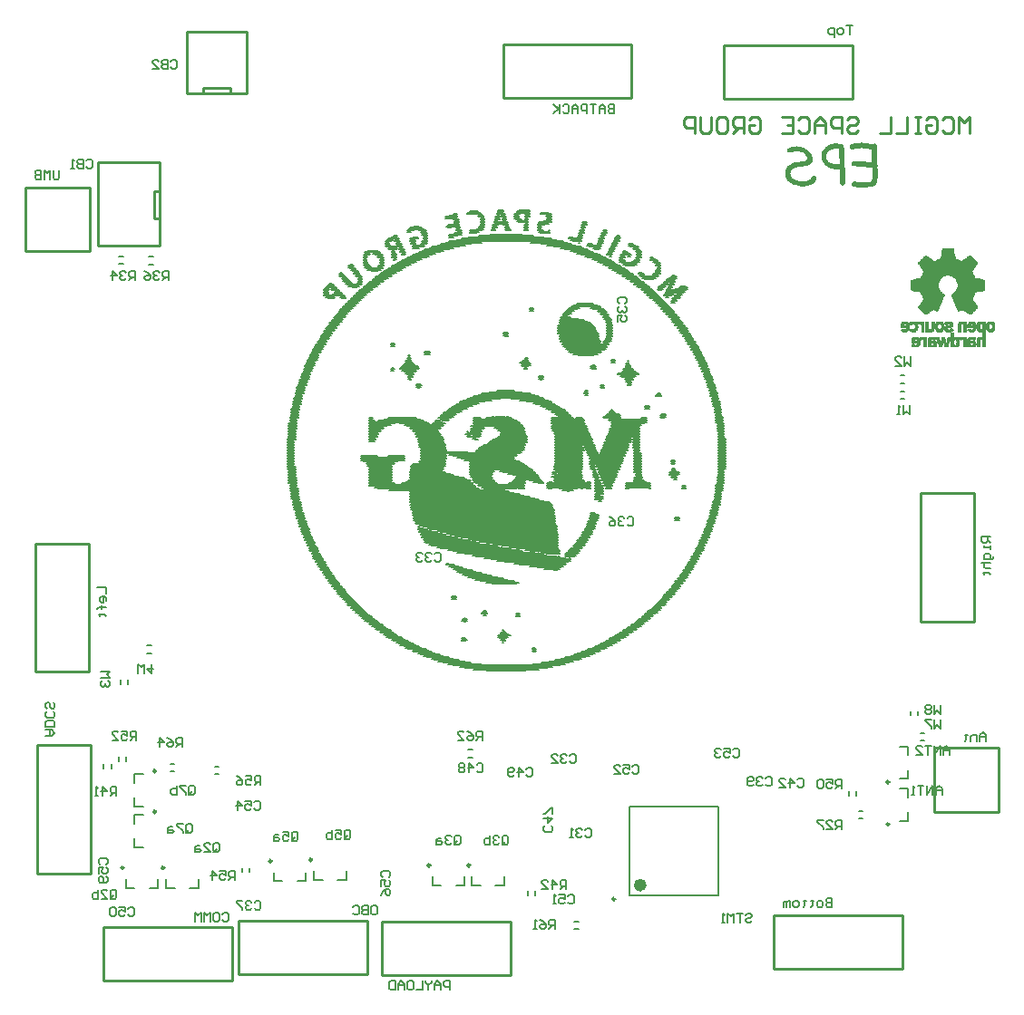
<source format=gbr>
%TF.GenerationSoftware,Altium Limited,Altium Designer,18.1.7 (191)*%
G04 Layer_Color=32896*
%FSLAX43Y43*%
%MOMM*%
%TF.FileFunction,Legend,Bot*%
%TF.Part,Single*%
G01*
G75*
%TA.AperFunction,NonConductor*%
%ADD10C,0.254*%
%ADD62C,0.250*%
%ADD63C,0.600*%
%ADD64C,0.127*%
%ADD65C,0.051*%
%ADD66C,0.200*%
%ADD67C,0.150*%
G36*
X79465Y80702D02*
X79543Y80695D01*
X79621Y80689D01*
X79686Y80682D01*
X79737Y80676D01*
X79770Y80669D01*
X79783D01*
X79977Y80637D01*
X80068Y80611D01*
X80152Y80591D01*
X80230Y80572D01*
X80282Y80559D01*
X80321Y80553D01*
X80327Y80546D01*
X80333D01*
X80366Y80572D01*
X80392Y80591D01*
X80450Y80617D01*
X80476D01*
X80495Y80624D01*
X80554D01*
X80593Y80611D01*
X80651Y80578D01*
X80696Y80533D01*
X80722Y80481D01*
X80742Y80423D01*
X80748Y80378D01*
X80755Y80345D01*
Y80339D01*
Y80332D01*
Y80293D01*
X80748Y80255D01*
X80742Y80164D01*
X80735Y80125D01*
Y80093D01*
X80729Y80067D01*
Y80060D01*
X80722Y80002D01*
X80716Y79943D01*
X80709Y79898D01*
X80703Y79859D01*
Y79833D01*
Y79814D01*
Y79801D01*
Y79794D01*
Y79730D01*
Y79652D01*
X80709Y79490D01*
X80716Y79315D01*
X80729Y79147D01*
X80735Y79069D01*
Y78991D01*
X80742Y78926D01*
X80748Y78868D01*
Y78816D01*
X80755Y78784D01*
Y78758D01*
Y78751D01*
X80781Y78699D01*
X80794Y78654D01*
X80800Y78615D01*
Y78609D01*
Y78602D01*
X80794Y78557D01*
X80787Y78518D01*
X80781Y78492D01*
X80774Y78479D01*
X80781Y78324D01*
X80787Y78259D01*
Y78201D01*
X80794Y78149D01*
Y78110D01*
Y78084D01*
Y78077D01*
X80800Y77948D01*
Y77889D01*
Y77844D01*
Y77799D01*
Y77766D01*
Y77747D01*
Y77740D01*
Y77598D01*
X80787Y77468D01*
X80781Y77352D01*
X80761Y77248D01*
X80748Y77157D01*
X80729Y77073D01*
X80703Y77002D01*
X80683Y76943D01*
X80664Y76892D01*
X80638Y76846D01*
X80619Y76807D01*
X80606Y76781D01*
X80586Y76762D01*
X80580Y76749D01*
X80567Y76736D01*
X80521Y76704D01*
X80463Y76671D01*
X80398Y76645D01*
X80327Y76619D01*
X80165Y76587D01*
X80003Y76561D01*
X79848Y76548D01*
X79776Y76542D01*
X79718D01*
X79666Y76535D01*
X79329D01*
X79219Y76542D01*
X79115D01*
X79025Y76548D01*
X78940Y76555D01*
X78869D01*
X78804Y76561D01*
X78752Y76568D01*
X78707Y76574D01*
X78675D01*
X78642Y76581D01*
X78623D01*
X78610Y76587D01*
X78597D01*
X78526Y76607D01*
X78474Y76639D01*
X78435Y76678D01*
X78409Y76723D01*
X78396Y76762D01*
X78383Y76794D01*
Y76820D01*
Y76827D01*
X78396Y76911D01*
X78422Y76976D01*
X78467Y77021D01*
X78513Y77054D01*
X78565Y77073D01*
X78610Y77080D01*
X78636Y77086D01*
X78688D01*
X78740Y77080D01*
X78778Y77073D01*
X78785Y77067D01*
X78791D01*
X78850Y77060D01*
X78895Y77054D01*
X79070D01*
X79148Y77047D01*
X79290D01*
X79342Y77041D01*
X79498D01*
X79595Y77034D01*
X79958D01*
X80042Y77047D01*
X80113Y77054D01*
X80159Y77067D01*
X80191Y77080D01*
X80217Y77086D01*
X80223Y77099D01*
X80230D01*
X80243Y77125D01*
X80256Y77157D01*
X80269Y77196D01*
X80275Y77242D01*
X80288Y77345D01*
X80295Y77455D01*
X80301Y77559D01*
X80308Y77604D01*
Y77650D01*
Y77682D01*
Y77708D01*
Y77727D01*
Y77734D01*
Y77838D01*
Y77928D01*
Y77967D01*
Y78000D01*
Y78019D01*
Y78026D01*
X80301Y78142D01*
Y78201D01*
X80295Y78252D01*
Y78291D01*
X80288Y78324D01*
Y78350D01*
Y78356D01*
X79161Y78453D01*
X78578Y78505D01*
X78500Y78524D01*
X78441Y78557D01*
X78403Y78596D01*
X78370Y78641D01*
X78357Y78680D01*
X78351Y78719D01*
X78344Y78745D01*
Y78751D01*
Y78790D01*
X78357Y78829D01*
X78383Y78887D01*
X78409Y78926D01*
X78416Y78939D01*
X78422D01*
X78448Y78965D01*
X78480Y78978D01*
X78539Y79004D01*
X78565D01*
X78584Y79010D01*
X78662D01*
X78740Y79004D01*
X78837Y78997D01*
X78934Y78985D01*
X79031Y78978D01*
X79109Y78965D01*
X79141D01*
X79167Y78959D01*
X79187D01*
X80256Y78861D01*
X80243Y79075D01*
X80236Y79166D01*
X80230Y79257D01*
Y79341D01*
X80223Y79419D01*
Y79490D01*
Y79555D01*
X80217Y79607D01*
Y79658D01*
Y79697D01*
Y79730D01*
Y79762D01*
Y79782D01*
Y79788D01*
Y79794D01*
Y79879D01*
X80223Y79963D01*
X80230Y79995D01*
Y80028D01*
X80236Y80047D01*
Y80054D01*
X80139Y80080D01*
X80042Y80099D01*
X79958Y80118D01*
X79880Y80138D01*
X79822Y80151D01*
X79770Y80157D01*
X79744Y80164D01*
X79731D01*
X79640Y80177D01*
X79562Y80190D01*
X79485Y80196D01*
X79420D01*
X79368Y80203D01*
X79290D01*
X79141Y80196D01*
X78999Y80183D01*
X78863Y80164D01*
X78740Y80144D01*
X78636Y80118D01*
X78597Y80105D01*
X78558Y80099D01*
X78526Y80093D01*
X78506Y80086D01*
X78493Y80080D01*
X78487D01*
X78461Y80073D01*
X78416D01*
X78377Y80080D01*
X78338Y80086D01*
X78286Y80112D01*
X78247Y80138D01*
X78234Y80151D01*
X78195Y80209D01*
X78176Y80267D01*
X78169Y80313D01*
Y80319D01*
Y80326D01*
X78176Y80384D01*
X78195Y80436D01*
X78221Y80475D01*
X78254Y80507D01*
X78286Y80533D01*
X78312Y80553D01*
X78331Y80566D01*
X78338D01*
X78480Y80611D01*
X78636Y80650D01*
X78798Y80676D01*
X78947Y80689D01*
X79018Y80695D01*
X79083Y80702D01*
X79141D01*
X79193Y80708D01*
X79290D01*
X79465Y80702D01*
D02*
G37*
G36*
X77029Y80624D02*
X77120D01*
X77152Y80617D01*
X77178D01*
X77275Y80604D01*
X77308Y80598D01*
X77340Y80591D01*
X77366Y80585D01*
X77385D01*
X77392Y80578D01*
X77463D01*
X77515Y80559D01*
X77554Y80533D01*
X77586Y80494D01*
X77612Y80455D01*
X77625Y80423D01*
X77638Y80397D01*
Y80391D01*
X77644Y80345D01*
X77651Y80287D01*
X77657Y80177D01*
X77664Y80125D01*
Y80080D01*
Y80054D01*
Y80041D01*
Y79697D01*
Y79639D01*
X77670Y79568D01*
X77677Y79412D01*
X77683Y79244D01*
X77696Y79075D01*
X77703Y78997D01*
Y78926D01*
X77709Y78861D01*
X77716Y78803D01*
Y78751D01*
X77722Y78719D01*
Y78693D01*
Y78686D01*
X77729Y78563D01*
X77735Y78453D01*
X77742Y78350D01*
Y78246D01*
X77748Y78155D01*
X77755Y78077D01*
Y78000D01*
Y77928D01*
Y77870D01*
X77761Y77818D01*
Y77773D01*
Y77734D01*
Y77708D01*
Y77689D01*
Y77676D01*
Y77669D01*
Y76943D01*
X77755Y76879D01*
X77729Y76827D01*
X77709Y76794D01*
X77703Y76781D01*
X77651Y76743D01*
X77599Y76723D01*
X77554Y76717D01*
X77541D01*
X77476Y76730D01*
X77424Y76749D01*
X77392Y76769D01*
X77379Y76781D01*
X77340Y76833D01*
X77320Y76885D01*
X77314Y76931D01*
Y76937D01*
Y76943D01*
Y77112D01*
Y77267D01*
Y77410D01*
X77308Y77540D01*
Y77656D01*
Y77760D01*
Y77857D01*
X77301Y77941D01*
Y78013D01*
Y78071D01*
Y78123D01*
X77295Y78168D01*
Y78201D01*
Y78220D01*
Y78233D01*
Y78239D01*
X77217Y78233D01*
X77152Y78226D01*
X77100Y78220D01*
X77061D01*
X77029Y78213D01*
X76997D01*
X76893Y78220D01*
X76789Y78226D01*
X76601Y78265D01*
X76433Y78317D01*
X76355Y78343D01*
X76290Y78375D01*
X76225Y78408D01*
X76174Y78434D01*
X76122Y78460D01*
X76083Y78486D01*
X76050Y78505D01*
X76031Y78524D01*
X76018Y78531D01*
X76012Y78537D01*
X75927Y78609D01*
X75856Y78680D01*
X75798Y78758D01*
X75739Y78842D01*
X75694Y78920D01*
X75662Y78997D01*
X75629Y79075D01*
X75603Y79153D01*
X75584Y79224D01*
X75571Y79289D01*
X75558Y79354D01*
X75552Y79399D01*
X75545Y79445D01*
Y79477D01*
Y79496D01*
Y79503D01*
X75552Y79594D01*
X75565Y79678D01*
X75584Y79756D01*
X75610Y79833D01*
X75681Y79969D01*
X75759Y80093D01*
X75843Y80190D01*
X75876Y80229D01*
X75908Y80261D01*
X75940Y80287D01*
X75960Y80306D01*
X75973Y80313D01*
X75979Y80319D01*
X76050Y80371D01*
X76128Y80423D01*
X76277Y80501D01*
X76420Y80553D01*
X76549Y80591D01*
X76660Y80617D01*
X76705Y80624D01*
X76744D01*
X76776Y80630D01*
X76964D01*
X77029Y80624D01*
D02*
G37*
G36*
X73374Y80365D02*
X73465Y80358D01*
X73640Y80319D01*
X73809Y80261D01*
X73958Y80203D01*
X74022Y80170D01*
X74081Y80138D01*
X74133Y80105D01*
X74171Y80080D01*
X74210Y80060D01*
X74236Y80041D01*
X74249Y80034D01*
X74256Y80028D01*
X74340Y79956D01*
X74418Y79892D01*
X74482Y79820D01*
X74541Y79749D01*
X74586Y79684D01*
X74625Y79620D01*
X74657Y79555D01*
X74683Y79496D01*
X74722Y79386D01*
X74735Y79341D01*
X74742Y79302D01*
Y79276D01*
X74748Y79250D01*
Y79237D01*
Y79231D01*
X74742Y79159D01*
X74735Y79101D01*
X74696Y78985D01*
X74638Y78887D01*
X74573Y78803D01*
X74515Y78745D01*
X74457Y78699D01*
X74418Y78667D01*
X74411Y78661D01*
X74405D01*
X74301Y78609D01*
X74184Y78570D01*
X74074Y78537D01*
X73971Y78518D01*
X73880Y78505D01*
X73809Y78499D01*
X73783Y78492D01*
X73744D01*
X73588Y78479D01*
X73446Y78460D01*
X73316Y78434D01*
X73212Y78401D01*
X73128Y78375D01*
X73063Y78350D01*
X73025Y78330D01*
X73012Y78324D01*
X72947Y78291D01*
X72895Y78252D01*
X72843Y78213D01*
X72804Y78168D01*
X72739Y78090D01*
X72701Y78013D01*
X72675Y77941D01*
X72662Y77883D01*
X72655Y77844D01*
Y77838D01*
Y77831D01*
X72662Y77760D01*
X72675Y77702D01*
X72694Y77637D01*
X72720Y77585D01*
X72791Y77481D01*
X72863Y77397D01*
X72940Y77332D01*
X73012Y77287D01*
X73038Y77267D01*
X73057Y77261D01*
X73070Y77248D01*
X73076D01*
X73200Y77196D01*
X73323Y77157D01*
X73439Y77125D01*
X73549Y77105D01*
X73647Y77092D01*
X73718Y77086D01*
X73783D01*
X73919Y77092D01*
X74042Y77105D01*
X74146Y77131D01*
X74230Y77157D01*
X74301Y77177D01*
X74346Y77203D01*
X74372Y77216D01*
X74385Y77222D01*
X74424Y77254D01*
X74463Y77287D01*
X74534Y77371D01*
X74560Y77410D01*
X74586Y77442D01*
X74599Y77462D01*
X74606Y77468D01*
X74644Y77514D01*
X74677Y77553D01*
X74716Y77578D01*
X74748Y77591D01*
X74774Y77604D01*
X74800Y77611D01*
X74819D01*
X74891Y77598D01*
X74949Y77578D01*
X74988Y77559D01*
X74994Y77546D01*
X75001D01*
X75027Y77520D01*
X75040Y77494D01*
X75059Y77436D01*
X75066Y77397D01*
Y77384D01*
Y77378D01*
X75059Y77313D01*
X75046Y77248D01*
X75020Y77190D01*
X74988Y77131D01*
X74917Y77034D01*
X74832Y76950D01*
X74748Y76885D01*
X74677Y76840D01*
X74644Y76820D01*
X74625Y76814D01*
X74612Y76801D01*
X74606D01*
X74463Y76743D01*
X74320Y76704D01*
X74184Y76671D01*
X74055Y76652D01*
X73945Y76639D01*
X73899D01*
X73860Y76632D01*
X73783D01*
X73666Y76639D01*
X73562Y76645D01*
X73355Y76678D01*
X73167Y76730D01*
X73089Y76756D01*
X73012Y76781D01*
X72940Y76807D01*
X72882Y76833D01*
X72830Y76859D01*
X72785Y76885D01*
X72746Y76905D01*
X72720Y76918D01*
X72707Y76931D01*
X72701D01*
X72603Y77002D01*
X72519Y77073D01*
X72448Y77144D01*
X72383Y77222D01*
X72331Y77300D01*
X72286Y77378D01*
X72253Y77455D01*
X72221Y77527D01*
X72202Y77598D01*
X72182Y77663D01*
X72176Y77721D01*
X72163Y77766D01*
Y77805D01*
X72156Y77838D01*
Y77857D01*
Y77864D01*
Y77941D01*
X72169Y78013D01*
X72202Y78142D01*
X72247Y78265D01*
X72299Y78362D01*
X72357Y78447D01*
X72403Y78505D01*
X72435Y78544D01*
X72441Y78557D01*
X72448D01*
X72577Y78661D01*
X72720Y78745D01*
X72869Y78810D01*
X73005Y78855D01*
X73135Y78881D01*
X73187Y78894D01*
X73238Y78900D01*
X73277Y78907D01*
X73303Y78913D01*
X73329D01*
X73465Y78926D01*
X73575Y78933D01*
X73666Y78946D01*
X73731Y78952D01*
X73783Y78959D01*
X73822Y78965D01*
X73841Y78972D01*
X73847D01*
X73912Y78991D01*
X73964Y79004D01*
X74016Y79030D01*
X74055Y79049D01*
X74120Y79095D01*
X74165Y79147D01*
X74191Y79185D01*
X74204Y79224D01*
X74210Y79250D01*
Y79257D01*
X74197Y79354D01*
X74165Y79438D01*
X74126Y79516D01*
X74074Y79581D01*
X74022Y79639D01*
X73984Y79678D01*
X73951Y79704D01*
X73938Y79710D01*
X73835Y79775D01*
X73724Y79820D01*
X73614Y79853D01*
X73517Y79879D01*
X73426Y79892D01*
X73355Y79898D01*
X73329Y79905D01*
X73232D01*
X73174Y79898D01*
X73050Y79879D01*
X72992Y79872D01*
X72947Y79859D01*
X72921Y79853D01*
X72908D01*
X72824Y79833D01*
X72752Y79820D01*
X72688Y79814D01*
X72642Y79807D01*
X72610Y79801D01*
X72565D01*
X72487Y79807D01*
X72435Y79833D01*
X72396Y79866D01*
X72364Y79911D01*
X72351Y79950D01*
X72344Y79982D01*
X72338Y80008D01*
Y80015D01*
X72344Y80047D01*
X72357Y80073D01*
X72377Y80105D01*
X72403Y80131D01*
X72467Y80177D01*
X72539Y80216D01*
X72610Y80248D01*
X72675Y80267D01*
X72701Y80274D01*
X72720Y80280D01*
X72733Y80287D01*
X72739D01*
X72850Y80313D01*
X72947Y80339D01*
X73038Y80352D01*
X73122Y80358D01*
X73187Y80365D01*
X73232Y80371D01*
X73277D01*
X73374Y80365D01*
D02*
G37*
%LPC*%
G36*
X77003Y80164D02*
X76880D01*
X76763Y80157D01*
X76653Y80138D01*
X76556Y80105D01*
X76465Y80073D01*
X76394Y80034D01*
X76336Y80008D01*
X76303Y79982D01*
X76290Y79976D01*
X76238Y79937D01*
X76193Y79898D01*
X76115Y79820D01*
X76063Y79743D01*
X76031Y79665D01*
X76005Y79600D01*
X75999Y79548D01*
X75992Y79516D01*
Y79509D01*
Y79503D01*
X75999Y79432D01*
X76005Y79367D01*
X76038Y79244D01*
X76089Y79140D01*
X76148Y79049D01*
X76206Y78978D01*
X76251Y78926D01*
X76290Y78900D01*
X76297Y78887D01*
X76303D01*
X76413Y78816D01*
X76530Y78771D01*
X76647Y78732D01*
X76757Y78706D01*
X76854Y78693D01*
X76899Y78686D01*
X76932D01*
X76964Y78680D01*
X77003D01*
X77269Y78706D01*
X77217Y79691D01*
X77210Y80138D01*
X77165Y80144D01*
X77120Y80151D01*
X77081Y80157D01*
X77068D01*
X77003Y80164D01*
D02*
G37*
%LPD*%
D10*
X34525Y2900D02*
Y7900D01*
X46525D01*
Y2900D02*
Y7900D01*
X34525Y2900D02*
X46525D01*
X45825Y89900D02*
X57825D01*
X45825Y84900D02*
Y89900D01*
Y84900D02*
X57825D01*
Y89900D01*
X21125Y2992D02*
Y7992D01*
X33125D01*
Y2992D02*
Y7992D01*
X21125Y2992D02*
X33125D01*
X8525Y2400D02*
Y7400D01*
X20525D01*
Y2400D02*
Y7400D01*
X8525Y2400D02*
X20525D01*
X2325Y12425D02*
X7325D01*
X2325D02*
Y24425D01*
X7325D01*
Y12425D02*
Y24425D01*
X7275Y70550D02*
Y76550D01*
X1275D02*
X7275D01*
X1275Y70550D02*
Y76550D01*
Y70550D02*
X7275D01*
X8025Y71100D02*
X13765D01*
X8025D02*
Y78900D01*
X13765D01*
Y71100D02*
Y78900D01*
X13225Y73610D02*
X13765D01*
X13225D02*
Y76150D01*
X13765D01*
X71100Y8525D02*
X83100D01*
X71100Y3525D02*
Y8525D01*
Y3525D02*
X83100D01*
Y8525D01*
X2200Y31275D02*
Y43275D01*
Y31275D02*
X7200D01*
X2200Y43275D02*
X7200D01*
Y31275D02*
Y43275D01*
X84825Y35950D02*
Y47950D01*
Y35950D02*
X89825D01*
Y47950D01*
X84825D02*
X89825D01*
X16286Y85335D02*
Y91050D01*
Y85335D02*
X21874D01*
X16286Y91050D02*
X21874D01*
X17810Y85335D02*
Y85843D01*
X20350D01*
Y85335D02*
Y85843D01*
X21874Y85335D02*
Y91050D01*
X66475Y84779D02*
Y89779D01*
X78475D01*
Y84779D02*
Y89779D01*
X66475Y84779D02*
X78475D01*
X86050Y18150D02*
Y24150D01*
Y18150D02*
X92050D01*
Y24150D01*
X86050D02*
X92050D01*
X89375Y81600D02*
Y83124D01*
X88867Y82616D01*
X88359Y83124D01*
Y81600D01*
X86836Y82870D02*
X87090Y83124D01*
X87598D01*
X87851Y82870D01*
Y81854D01*
X87598Y81600D01*
X87090D01*
X86836Y81854D01*
X85312Y82870D02*
X85566Y83124D01*
X86074D01*
X86328Y82870D01*
Y81854D01*
X86074Y81600D01*
X85566D01*
X85312Y81854D01*
Y82362D01*
X85820D01*
X84804Y83124D02*
X84297D01*
X84551D01*
Y81600D01*
X84804D01*
X84297D01*
X83535Y83124D02*
Y81600D01*
X82519D01*
X82011Y83124D02*
Y81600D01*
X80996D01*
X77949Y82870D02*
X78203Y83124D01*
X78710D01*
X78964Y82870D01*
Y82616D01*
X78710Y82362D01*
X78203D01*
X77949Y82108D01*
Y81854D01*
X78203Y81600D01*
X78710D01*
X78964Y81854D01*
X77441Y81600D02*
Y83124D01*
X76679D01*
X76425Y82870D01*
Y82362D01*
X76679Y82108D01*
X77441D01*
X75917Y81600D02*
Y82616D01*
X75410Y83124D01*
X74902Y82616D01*
Y81600D01*
Y82362D01*
X75917D01*
X73378Y82870D02*
X73632Y83124D01*
X74140D01*
X74394Y82870D01*
Y81854D01*
X74140Y81600D01*
X73632D01*
X73378Y81854D01*
X71855Y83124D02*
X72870D01*
Y81600D01*
X71855D01*
X72870Y82362D02*
X72363D01*
X68808Y82870D02*
X69062Y83124D01*
X69569D01*
X69823Y82870D01*
Y81854D01*
X69569Y81600D01*
X69062D01*
X68808Y81854D01*
Y82362D01*
X69315D01*
X68300Y81600D02*
Y83124D01*
X67538D01*
X67284Y82870D01*
Y82362D01*
X67538Y82108D01*
X68300D01*
X67792D02*
X67284Y81600D01*
X66015Y83124D02*
X66522D01*
X66776Y82870D01*
Y81854D01*
X66522Y81600D01*
X66015D01*
X65761Y81854D01*
Y82870D01*
X66015Y83124D01*
X65253D02*
Y81854D01*
X64999Y81600D01*
X64491D01*
X64237Y81854D01*
Y83124D01*
X63729Y81600D02*
Y83124D01*
X62968D01*
X62714Y82870D01*
Y82362D01*
X62968Y82108D01*
X63729D01*
D62*
X13425Y18200D02*
G03*
X13425Y18200I-125J0D01*
G01*
X10425Y12975D02*
G03*
X10425Y12975I-125J0D01*
G01*
X14200D02*
G03*
X14200Y12975I-125J0D01*
G01*
X56300Y10050D02*
G03*
X56300Y10050I-125J0D01*
G01*
X13425Y22000D02*
G03*
X13425Y22000I-125J0D01*
G01*
X28000Y13725D02*
G03*
X28000Y13725I-125J0D01*
G01*
X42750Y13200D02*
G03*
X42750Y13200I-125J0D01*
G01*
X24225Y13600D02*
G03*
X24225Y13600I-125J0D01*
G01*
X81875Y20975D02*
G03*
X81875Y20975I-125J0D01*
G01*
X39050Y13200D02*
G03*
X39050Y13200I-125J0D01*
G01*
X81875Y17050D02*
G03*
X81875Y17050I-125J0D01*
G01*
D63*
X58925Y11350D02*
G03*
X58925Y11350I-300J0D01*
G01*
D64*
X47283Y74427D02*
X48299D01*
X45378D02*
X45886D01*
X47156Y74300D02*
X48299D01*
X45378D02*
X45886D01*
X42711D02*
X43473D01*
X49315Y74173D02*
X50077D01*
X47029D02*
X48299D01*
X45251D02*
X45886D01*
X42457D02*
X43727D01*
X49315Y74046D02*
X50331D01*
X47918D02*
X48299D01*
X46902D02*
X47410D01*
X45251D02*
X46013D01*
X42457D02*
X43854D01*
X41187D02*
X41568D01*
X49823Y73919D02*
X50331D01*
X47918D02*
X48299D01*
X46902D02*
X47283D01*
X45632D02*
X46013D01*
X45251D02*
X45505D01*
X43473D02*
X43981D01*
X40806D02*
X41568D01*
X49950Y73792D02*
X50331D01*
X47918D02*
X48299D01*
X46902D02*
X47283D01*
X45632D02*
X46140D01*
X45124D02*
X45505D01*
X43600D02*
X43981D01*
X40425D02*
X41568D01*
X49950Y73665D02*
X50331D01*
X47918D02*
X48172D01*
X46902D02*
X47410D01*
X45759D02*
X46140D01*
X45124D02*
X45505D01*
X43727D02*
X44108D01*
X40425D02*
X41568D01*
X49950Y73538D02*
X50331D01*
X47918D02*
X48172D01*
X47029D02*
X47537D01*
X45759D02*
X46140D01*
X45124D02*
X45505D01*
X43727D02*
X44108D01*
X41187D02*
X41695D01*
X49569Y73411D02*
X50331D01*
X47156D02*
X48172D01*
X45759D02*
X46140D01*
X44997D02*
X45378D01*
X43727D02*
X44108D01*
X41314D02*
X41695D01*
X53252Y73284D02*
X53633D01*
X49188D02*
X50331D01*
X47283D02*
X48172D01*
X44997D02*
X46267D01*
X43727D02*
X44108D01*
X41314D02*
X41695D01*
X53252Y73157D02*
X53633D01*
X49061D02*
X50077D01*
X47918D02*
X48172D01*
X44997D02*
X46267D01*
X43727D02*
X44108D01*
X41187D02*
X41695D01*
X53125Y73030D02*
X53633D01*
X49061D02*
X49696D01*
X47791D02*
X48172D01*
X45886D02*
X46267D01*
X44870D02*
X45378D01*
X43727D02*
X44108D01*
X40679D02*
X41695D01*
X53125Y72903D02*
X53506D01*
X49061D02*
X49442D01*
X47791D02*
X48172D01*
X46013D02*
X46394D01*
X44870D02*
X45251D01*
X43600D02*
X44108D01*
X40552D02*
X41822D01*
X37504D02*
X38012D01*
X53125Y72776D02*
X53506D01*
X49061D02*
X49315D01*
X47791D02*
X48172D01*
X46013D02*
X46394D01*
X44870D02*
X45251D01*
X43600D02*
X43981D01*
X41441D02*
X41822D01*
X40679D02*
X40933D01*
X37123D02*
X38266D01*
X53125Y72649D02*
X53379D01*
X49061D02*
X49442D01*
X47791D02*
X48172D01*
X46013D02*
X46521D01*
X44743D02*
X45124D01*
X43346D02*
X43981D01*
X41441D02*
X41822D01*
X36996D02*
X38520D01*
X55157Y72522D02*
X55538D01*
X52998D02*
X53379D01*
X50077D02*
X50204D01*
X49061D02*
X49569D01*
X47791D02*
X48172D01*
X46140D02*
X46521D01*
X44743D02*
X45124D01*
X42711D02*
X43854D01*
X41441D02*
X41949D01*
X38012D02*
X38647D01*
X36869D02*
X37504D01*
X55157Y72395D02*
X55538D01*
X52998D02*
X53379D01*
X49188D02*
X50204D01*
X42711D02*
X43600D01*
X41568D02*
X41949D01*
X38139D02*
X38647D01*
X36869D02*
X37250D01*
X55030Y72268D02*
X55538D01*
X52871D02*
X53379D01*
X49315D02*
X50204D01*
X42711D02*
X43346D01*
X41314D02*
X41949D01*
X38266D02*
X38774D01*
X55030Y72141D02*
X55411D01*
X52871D02*
X53252D01*
X44616D02*
X47664D01*
X40806D02*
X41949D01*
X38266D02*
X38774D01*
X56427Y72014D02*
X56681D01*
X54903D02*
X55284D01*
X52871D02*
X53252D01*
X43600D02*
X48680D01*
X40806D02*
X41568D01*
X38393D02*
X38774D01*
X35599D02*
X35980D01*
X56300Y71887D02*
X56808D01*
X54903D02*
X55284D01*
X52744D02*
X53252D01*
X51982D02*
X52363D01*
X42584D02*
X49696D01*
X40806D02*
X41187D01*
X38393D02*
X38774D01*
X37377D02*
X37885D01*
X35345D02*
X35980D01*
X56300Y71760D02*
X56681D01*
X54776D02*
X55284D01*
X51982D02*
X53125D01*
X41949D02*
X50331D01*
X38393D02*
X38774D01*
X37123D02*
X37885D01*
X35091D02*
X36107D01*
X56173Y71633D02*
X56681D01*
X54776D02*
X55157D01*
X52109D02*
X53125D01*
X41441D02*
X50839D01*
X38393D02*
X38774D01*
X37123D02*
X37631D01*
X35726D02*
X36107D01*
X34964D02*
X35599D01*
X56173Y71506D02*
X56681D01*
X54776D02*
X55157D01*
X52363D02*
X53125D01*
X40806D02*
X51474D01*
X38266D02*
X38774D01*
X37123D02*
X37631D01*
X35726D02*
X36234D01*
X34837D02*
X35345D01*
X56046Y71379D02*
X56554D01*
X54649D02*
X55157D01*
X52871D02*
X52998D01*
X48426D02*
X51855D01*
X40425D02*
X43854D01*
X38266D02*
X38774D01*
X37250D02*
X37631D01*
X35853D02*
X36234D01*
X34837D02*
X35218D01*
X57570Y71252D02*
X57951D01*
X56046D02*
X56427D01*
X54649D02*
X55030D01*
X53760D02*
X54141D01*
X49442D02*
X52236D01*
X40044D02*
X42838D01*
X38139D02*
X38647D01*
X37250D02*
X37631D01*
X35853D02*
X36361D01*
X34837D02*
X35218D01*
X57570Y71125D02*
X58205D01*
X55919D02*
X56427D01*
X53633D02*
X55030D01*
X49950D02*
X52617D01*
X39663D02*
X42330D01*
X37377D02*
X38520D01*
X35853D02*
X36361D01*
X34837D02*
X35345D01*
X57697Y70998D02*
X58459D01*
X55919D02*
X56300D01*
X53887D02*
X54903D01*
X50585D02*
X53125D01*
X39155D02*
X41695D01*
X37377D02*
X38393D01*
X34964D02*
X36488D01*
X57951Y70871D02*
X58459D01*
X55792D02*
X56300D01*
X54268D02*
X54903D01*
X51220D02*
X53379D01*
X38901D02*
X41187D01*
X37377D02*
X38012D01*
X36107D02*
X36488D01*
X35091D02*
X35980D01*
X58078Y70744D02*
X58586D01*
X55792D02*
X56173D01*
X54395D02*
X54776D01*
X51601D02*
X53760D01*
X38520D02*
X40806D01*
X36107D02*
X36615D01*
X35218D02*
X35853D01*
X58205Y70617D02*
X58713D01*
X57062D02*
X57316D01*
X55665D02*
X56173D01*
X52109D02*
X54014D01*
X38266D02*
X40298D01*
X36234D02*
X36615D01*
X35472D02*
X35726D01*
X33186D02*
X34202D01*
X58332Y70490D02*
X58713D01*
X57062D02*
X57443D01*
X55665D02*
X56046D01*
X52490D02*
X54268D01*
X38012D02*
X39917D01*
X36234D02*
X36742D01*
X35472D02*
X35726D01*
X32932D02*
X34329D01*
X58332Y70363D02*
X58713D01*
X56935D02*
X57697D01*
X55538D02*
X56046D01*
X52744D02*
X54649D01*
X37631D02*
X39536D01*
X36361D02*
X36742D01*
X35472D02*
X35853D01*
X33694D02*
X34456D01*
X32932D02*
X33440D01*
X58332Y70236D02*
X58713D01*
X56808D02*
X57824D01*
X55538D02*
X55919D01*
X53125D02*
X54903D01*
X37377D02*
X39155D01*
X36361D02*
X36615D01*
X35472D02*
X35853D01*
X33948D02*
X34583D01*
X32805D02*
X33313D01*
X58332Y70109D02*
X58713D01*
X57443D02*
X57697D01*
X56808D02*
X57189D01*
X55792D02*
X55919D01*
X53506D02*
X55157D01*
X37123D02*
X38901D01*
X35472D02*
X35853D01*
X34075D02*
X34583D01*
X32805D02*
X33186D01*
X59602Y69982D02*
X59856D01*
X58205D02*
X58713D01*
X56681D02*
X57189D01*
X53760D02*
X55411D01*
X36869D02*
X38647D01*
X35472D02*
X35853D01*
X34202D02*
X34710D01*
X32805D02*
X33059D01*
X59602Y69855D02*
X60110D01*
X58205D02*
X58586D01*
X56681D02*
X57062D01*
X54141D02*
X55665D01*
X36615D02*
X38266D01*
X35599D02*
X35853D01*
X34329D02*
X34710D01*
X32805D02*
X33059D01*
X59602Y69728D02*
X60237D01*
X58078D02*
X58586D01*
X56681D02*
X57189D01*
X54395D02*
X55919D01*
X36361D02*
X38012D01*
X35599D02*
X35726D01*
X34329D02*
X34710D01*
X32805D02*
X33059D01*
X59856Y69601D02*
X60364D01*
X57824D02*
X58586D01*
X56681D02*
X57316D01*
X54649D02*
X56173D01*
X36107D02*
X37758D01*
X34329D02*
X34710D01*
X32805D02*
X33186D01*
X59983Y69474D02*
X60491D01*
X56935D02*
X58332D01*
X54903D02*
X56300D01*
X35980D02*
X37504D01*
X34329D02*
X34710D01*
X32805D02*
X33186D01*
X60110Y69347D02*
X60491D01*
X57062D02*
X58332D01*
X55157D02*
X56554D01*
X35726D02*
X37250D01*
X34329D02*
X34710D01*
X32805D02*
X33313D01*
X31535D02*
X31789D01*
X60110Y69220D02*
X60491D01*
X57316D02*
X58078D01*
X55411D02*
X56808D01*
X35472D02*
X36996D01*
X34202D02*
X34710D01*
X32932D02*
X33440D01*
X31408D02*
X31916D01*
X60237Y69093D02*
X60491D01*
X55665D02*
X56935D01*
X35345D02*
X36742D01*
X34075D02*
X34583D01*
X32932D02*
X33567D01*
X31408D02*
X31916D01*
X60237Y68966D02*
X60491D01*
X55792D02*
X57189D01*
X35091D02*
X36488D01*
X33059D02*
X34583D01*
X31535D02*
X32043D01*
X60110Y68839D02*
X60491D01*
X56046D02*
X57443D01*
X34837D02*
X36361D01*
X33186D02*
X34456D01*
X31662D02*
X32170D01*
X60110Y68712D02*
X60491D01*
X56300D02*
X57570D01*
X34710D02*
X36107D01*
X33567D02*
X34075D01*
X31789D02*
X32297D01*
X59983Y68585D02*
X60491D01*
X58459D02*
X58840D01*
X56427D02*
X57697D01*
X34456D02*
X35853D01*
X31916D02*
X32424D01*
X30646D02*
X30773D01*
X59856Y68458D02*
X60491D01*
X58459D02*
X58967D01*
X56681D02*
X57951D01*
X34329D02*
X35599D01*
X31916D02*
X32424D01*
X30519D02*
X30900D01*
X61634Y68331D02*
X61888D01*
X59729D02*
X60364D01*
X58586D02*
X59094D01*
X56935D02*
X58078D01*
X34202D02*
X35472D01*
X32043D02*
X32551D01*
X30519D02*
X31027D01*
X61507Y68204D02*
X62015D01*
X58713D02*
X60237D01*
X57062D02*
X58332D01*
X33948D02*
X35345D01*
X32170D02*
X32678D01*
X30646D02*
X31154D01*
X61253Y68077D02*
X62015D01*
X58840D02*
X60110D01*
X57316D02*
X58459D01*
X33821D02*
X35091D01*
X32297D02*
X32678D01*
X30773D02*
X31281D01*
X61126Y67950D02*
X61888D01*
X59094D02*
X59856D01*
X57443D02*
X58586D01*
X33694D02*
X34837D01*
X32297D02*
X32678D01*
X30900D02*
X31408D01*
X60999Y67823D02*
X61888D01*
X57697D02*
X58713D01*
X33567D02*
X34710D01*
X32297D02*
X32678D01*
X30900D02*
X31535D01*
X60872Y67696D02*
X61888D01*
X57824D02*
X58967D01*
X33313D02*
X34583D01*
X32297D02*
X32678D01*
X31027D02*
X31662D01*
X61380Y67569D02*
X61761D01*
X60745D02*
X61253D01*
X58078D02*
X59094D01*
X33186D02*
X34329D01*
X32170D02*
X32678D01*
X31154D02*
X31789D01*
X29630D02*
X29884D01*
X61380Y67442D02*
X61761D01*
X60618D02*
X61253D01*
X58078D02*
X59221D01*
X33059D02*
X34202D01*
X31281D02*
X32551D01*
X29503D02*
X30011D01*
X62396Y67315D02*
X62904D01*
X61253D02*
X61634D01*
X60364D02*
X60999D01*
X58332D02*
X59475D01*
X32805D02*
X34075D01*
X31408D02*
X32424D01*
X29376D02*
X30138D01*
X62269Y67188D02*
X63031D01*
X61253D02*
X61634D01*
X60364D02*
X60872D01*
X58459D02*
X59475D01*
X32805D02*
X33821D01*
X31789D02*
X32170D01*
X29249D02*
X30265D01*
X61888Y67061D02*
X63031D01*
X61126D02*
X61507D01*
X60237D02*
X60745D01*
X58713D02*
X59729D01*
X32551D02*
X33694D01*
X29757D02*
X30392D01*
X29122D02*
X29630D01*
X61634Y66934D02*
X62904D01*
X61126D02*
X61507D01*
X60364D02*
X60618D01*
X58840D02*
X59856D01*
X32424D02*
X33567D01*
X29884D02*
X30519D01*
X29122D02*
X29503D01*
X60999Y66807D02*
X62777D01*
X58967D02*
X59983D01*
X32297D02*
X33440D01*
X30138D02*
X30646D01*
X29122D02*
X29503D01*
X62142Y66680D02*
X62650D01*
X60999D02*
X62015D01*
X59094D02*
X60110D01*
X32170D02*
X33186D01*
X30138D02*
X30773D01*
X29122D02*
X29503D01*
X62015Y66553D02*
X62523D01*
X60872D02*
X61761D01*
X59221D02*
X60237D01*
X32043D02*
X33059D01*
X29884D02*
X30900D01*
X29122D02*
X29630D01*
X61888Y66426D02*
X62396D01*
X60872D02*
X61507D01*
X59348D02*
X60364D01*
X31916D02*
X32932D01*
X30519D02*
X31027D01*
X29122D02*
X30392D01*
X61761Y66299D02*
X62396D01*
X60999D02*
X61253D01*
X59475D02*
X60491D01*
X31789D02*
X32805D01*
X30646D02*
X31154D01*
X29249D02*
X30138D01*
X61634Y66172D02*
X62269D01*
X59602D02*
X60618D01*
X31662D02*
X32678D01*
X30773D02*
X31154D01*
X29503D02*
X30011D01*
X61634Y66045D02*
X62015D01*
X59856D02*
X60745D01*
X31535D02*
X32551D01*
X61507Y65918D02*
X62015D01*
X59983D02*
X60872D01*
X31408D02*
X32424D01*
X61507Y65791D02*
X61888D01*
X60110D02*
X60999D01*
X31281D02*
X32297D01*
X60237Y65664D02*
X61126D01*
X52744D02*
X54268D01*
X31154D02*
X32170D01*
X60364Y65537D02*
X61253D01*
X52363D02*
X54649D01*
X31027D02*
X32043D01*
X60491Y65410D02*
X61380D01*
X52236D02*
X54903D01*
X30900D02*
X31916D01*
X60618Y65283D02*
X61507D01*
X54014D02*
X55030D01*
X51982D02*
X52998D01*
X48299D02*
X48680D01*
X30773D02*
X31789D01*
X60618Y65156D02*
X61634D01*
X54268D02*
X55284D01*
X51855D02*
X52744D01*
X48299D02*
X48680D01*
X30646D02*
X31662D01*
X60745Y65029D02*
X61761D01*
X54649D02*
X55411D01*
X51728D02*
X52490D01*
X48299D02*
X48680D01*
X30519D02*
X31535D01*
X60872Y64902D02*
X61761D01*
X54776D02*
X55538D01*
X51601D02*
X52236D01*
X30519D02*
X31408D01*
X60999Y64775D02*
X61888D01*
X54903D02*
X55538D01*
X51474D02*
X52236D01*
X30392D02*
X31281D01*
X61126Y64648D02*
X62015D01*
X55030D02*
X55665D01*
X51474D02*
X51982D01*
X30265D02*
X31154D01*
X61253Y64521D02*
X62142D01*
X55157D02*
X55665D01*
X51347D02*
X51855D01*
X30138D02*
X31154D01*
X61380Y64394D02*
X62269D01*
X55157D02*
X55792D01*
X51220D02*
X52109D01*
X30011D02*
X31027D01*
X61507Y64267D02*
X62269D01*
X55284D02*
X55919D01*
X51220D02*
X52871D01*
X30011D02*
X30900D01*
X61634Y64140D02*
X62396D01*
X55411D02*
X55919D01*
X51093D02*
X53379D01*
X29884D02*
X30773D01*
X61634Y64013D02*
X62523D01*
X55411D02*
X55919D01*
X51093D02*
X53760D01*
X29757D02*
X30773D01*
X61761Y63886D02*
X62650D01*
X55538D02*
X55919D01*
X51093D02*
X54014D01*
X29630D02*
X30519D01*
X61888Y63759D02*
X62650D01*
X55538D02*
X56046D01*
X51093D02*
X54141D01*
X29630D02*
X30519D01*
X61888Y63632D02*
X62777D01*
X55538D02*
X56046D01*
X50966D02*
X54268D01*
X29503D02*
X30392D01*
X62142Y63505D02*
X62904D01*
X55538D02*
X56046D01*
X50966D02*
X54395D01*
X29376D02*
X30265D01*
X62142Y63378D02*
X63031D01*
X55538D02*
X56046D01*
X50966D02*
X54395D01*
X29249D02*
X30265D01*
X62269Y63251D02*
X63031D01*
X55538D02*
X56046D01*
X50966D02*
X54522D01*
X29249D02*
X30138D01*
X62269Y63124D02*
X63158D01*
X55538D02*
X56046D01*
X50966D02*
X54522D01*
X29122D02*
X30011D01*
X62396Y62997D02*
X63158D01*
X55538D02*
X56046D01*
X50966D02*
X54649D01*
X45886D02*
X46267D01*
X29122D02*
X29884D01*
X62523Y62870D02*
X63285D01*
X55538D02*
X56046D01*
X50966D02*
X54776D01*
X45886D02*
X46267D01*
X28995D02*
X29884D01*
X62650Y62743D02*
X63412D01*
X55538D02*
X56046D01*
X51093D02*
X54776D01*
X45886D02*
X46267D01*
X28868D02*
X29757D01*
X62650Y62616D02*
X63412D01*
X55538D02*
X56046D01*
X51093D02*
X54776D01*
X46013D02*
X46267D01*
X28868D02*
X29630D01*
X62777Y62489D02*
X63539D01*
X55411D02*
X55919D01*
X51093D02*
X54776D01*
X28741D02*
X29630D01*
X62904Y62362D02*
X63539D01*
X55411D02*
X55919D01*
X51093D02*
X54776D01*
X28741D02*
X29503D01*
X62904Y62235D02*
X63666D01*
X55284D02*
X55919D01*
X51220D02*
X54903D01*
X28614D02*
X29376D01*
X63031Y62108D02*
X63793D01*
X55157D02*
X55792D01*
X51220D02*
X54903D01*
X28487D02*
X29376D01*
X63031Y61981D02*
X63793D01*
X55157D02*
X55665D01*
X51347D02*
X54903D01*
X35345D02*
X35726D01*
X28487D02*
X29249D01*
X63158Y61854D02*
X63920D01*
X55030D02*
X55665D01*
X51347D02*
X54903D01*
X35345D02*
X35726D01*
X28360D02*
X29249D01*
X63285Y61727D02*
X64047D01*
X51474D02*
X55538D01*
X35345D02*
X35726D01*
X28233D02*
X29122D01*
X63285Y61600D02*
X64047D01*
X51601D02*
X55538D01*
X28233D02*
X28995D01*
X63412Y61473D02*
X64174D01*
X51728D02*
X55411D01*
X28106D02*
X28995D01*
X63412Y61346D02*
X64174D01*
X51855D02*
X55284D01*
X28106D02*
X28868D01*
X63539Y61219D02*
X64301D01*
X51982D02*
X55030D01*
X38520D02*
X39028D01*
X27979D02*
X28868D01*
X63666Y61092D02*
X64301D01*
X52109D02*
X54903D01*
X38520D02*
X39028D01*
X27979D02*
X28741D01*
X63666Y60965D02*
X64428D01*
X52363D02*
X54649D01*
X38520D02*
X39028D01*
X27852D02*
X28614D01*
X63793Y60838D02*
X64428D01*
X52871D02*
X54268D01*
X36996D02*
X37123D01*
X27852D02*
X28614D01*
X63793Y60711D02*
X64555D01*
X36996D02*
X37123D01*
X27725D02*
X28614D01*
X63793Y60584D02*
X64555D01*
X47918D02*
X48172D01*
X36869D02*
X37250D01*
X27725D02*
X28487D01*
X63920Y60457D02*
X64682D01*
X55919D02*
X56300D01*
X47791D02*
X48172D01*
X36869D02*
X37250D01*
X27598D02*
X28487D01*
X64047Y60330D02*
X64682D01*
X57443D02*
X57570D01*
X55919D02*
X56300D01*
X47664D02*
X48172D01*
X36742D02*
X37250D01*
X27598D02*
X28360D01*
X64047Y60203D02*
X64809D01*
X57443D02*
X57570D01*
X55919D02*
X56300D01*
X47410D02*
X48299D01*
X36742D02*
X37377D01*
X27471D02*
X28233D01*
X64174Y60076D02*
X64809D01*
X57316D02*
X57570D01*
X47537D02*
X48426D01*
X36615D02*
X37504D01*
X27471D02*
X28233D01*
X64174Y59949D02*
X64936D01*
X57316D02*
X57697D01*
X54141D02*
X54395D01*
X47537D02*
X48426D01*
X36488D02*
X37631D01*
X27344D02*
X28233D01*
X64174Y59822D02*
X64936D01*
X57316D02*
X57697D01*
X54014D02*
X54522D01*
X47664D02*
X48172D01*
X36361D02*
X37885D01*
X27344D02*
X28106D01*
X64301Y59695D02*
X64936D01*
X57189D02*
X57824D01*
X54014D02*
X54522D01*
X47791D02*
X48045D01*
X36234D02*
X38012D01*
X35472D02*
X35599D01*
X27344D02*
X28106D01*
X64301Y59568D02*
X65063D01*
X57062D02*
X57951D01*
X54141D02*
X54522D01*
X47791D02*
X48045D01*
X36234D02*
X37885D01*
X35345D02*
X35726D01*
X27217D02*
X27979D01*
X64428Y59441D02*
X65063D01*
X57062D02*
X58078D01*
X36361D02*
X37758D01*
X35345D02*
X35599D01*
X27217D02*
X27979D01*
X64428Y59314D02*
X65063D01*
X56935D02*
X58205D01*
X36615D02*
X37631D01*
X27217D02*
X27852D01*
X64555Y59187D02*
X65190D01*
X56554D02*
X58459D01*
X36742D02*
X37504D01*
X27090D02*
X27852D01*
X64555Y59060D02*
X65190D01*
X56554D02*
X58459D01*
X36869D02*
X37504D01*
X27090D02*
X27852D01*
X64555Y58933D02*
X65317D01*
X56808D02*
X58205D01*
X49188D02*
X49569D01*
X36996D02*
X37377D01*
X26963D02*
X27725D01*
X64682Y58806D02*
X65317D01*
X56935D02*
X58078D01*
X49188D02*
X49569D01*
X36996D02*
X37377D01*
X26963D02*
X27725D01*
X64682Y58679D02*
X65444D01*
X57189D02*
X57951D01*
X49188D02*
X49569D01*
X36996D02*
X37250D01*
X26963D02*
X27725D01*
X64809Y58552D02*
X65444D01*
X57316D02*
X57951D01*
X49315D02*
X49442D01*
X37123D02*
X37250D01*
X26836D02*
X27598D01*
X64809Y58425D02*
X65444D01*
X57316D02*
X57824D01*
X26836D02*
X27598D01*
X64809Y58298D02*
X65444D01*
X57443D02*
X57824D01*
X26836D02*
X27471D01*
X64936Y58171D02*
X65571D01*
X57443D02*
X57824D01*
X37758D02*
X38139D01*
X26709D02*
X27471D01*
X64936Y58044D02*
X65571D01*
X57443D02*
X57697D01*
X54903D02*
X55284D01*
X37758D02*
X38266D01*
X26709D02*
X27471D01*
X64936Y57917D02*
X65698D01*
X54903D02*
X55284D01*
X37758D02*
X38139D01*
X26582D02*
X27344D01*
X65063Y57790D02*
X65698D01*
X55030D02*
X55284D01*
X37885D02*
X38012D01*
X26582D02*
X27344D01*
X65063Y57663D02*
X65698D01*
X26582D02*
X27344D01*
X65063Y57536D02*
X65698D01*
X53506D02*
X53760D01*
X45251D02*
X46902D01*
X26582D02*
X27217D01*
X65190Y57409D02*
X65825D01*
X53379D02*
X53760D01*
X44489D02*
X47664D01*
X26455D02*
X27217D01*
X65190Y57282D02*
X65825D01*
X60237D02*
X60491D01*
X53379D02*
X53760D01*
X43854D02*
X48426D01*
X26455D02*
X27217D01*
X65190Y57155D02*
X65825D01*
X60110D02*
X60618D01*
X53506D02*
X53760D01*
X43473D02*
X48807D01*
X26455D02*
X27090D01*
X65190Y57028D02*
X65825D01*
X60110D02*
X60618D01*
X43092D02*
X49188D01*
X26455D02*
X27090D01*
X65317Y56901D02*
X65952D01*
X42711D02*
X49569D01*
X26328D02*
X27090D01*
X65317Y56774D02*
X65952D01*
X46648D02*
X49696D01*
X42457D02*
X45505D01*
X26328D02*
X27090D01*
X65317Y56647D02*
X65952D01*
X47410D02*
X50077D01*
X42076D02*
X44743D01*
X26328D02*
X26963D01*
X65317Y56520D02*
X66079D01*
X48045D02*
X50331D01*
X41822D02*
X44108D01*
X26201D02*
X26963D01*
X65444Y56393D02*
X66079D01*
X48680D02*
X50458D01*
X41695D02*
X43600D01*
X26201D02*
X26963D01*
X65444Y56266D02*
X66079D01*
X48934D02*
X50712D01*
X41441D02*
X43346D01*
X26201D02*
X26963D01*
X65444Y56139D02*
X66079D01*
X59094D02*
X59475D01*
X49315D02*
X50966D01*
X41187D02*
X42965D01*
X26201D02*
X26836D01*
X65571Y56012D02*
X66079D01*
X59094D02*
X59475D01*
X49569D02*
X51093D01*
X41060D02*
X42584D01*
X26201D02*
X26836D01*
X65571Y55885D02*
X66206D01*
X59094D02*
X59475D01*
X49823D02*
X51347D01*
X40806D02*
X42457D01*
X26074D02*
X26836D01*
X65571Y55758D02*
X66206D01*
X55919D02*
X56046D01*
X50077D02*
X51601D01*
X40679D02*
X42076D01*
X26074D02*
X26836D01*
X65571Y55631D02*
X66206D01*
X55792D02*
X56173D01*
X50331D02*
X51728D01*
X40552D02*
X41949D01*
X26074D02*
X26709D01*
X65571Y55504D02*
X66206D01*
X55792D02*
X56300D01*
X50458D02*
X51855D01*
X40298D02*
X41695D01*
X26074D02*
X26709D01*
X65698Y55377D02*
X66206D01*
X60618D02*
X60999D01*
X55538D02*
X56681D01*
X50712D02*
X51982D01*
X40171D02*
X41441D01*
X26074D02*
X26709D01*
X65698Y55250D02*
X66206D01*
X60491D02*
X60999D01*
X55411D02*
X56808D01*
X50839D02*
X52109D01*
X40044D02*
X41314D01*
X26074D02*
X26709D01*
X65698Y55123D02*
X66333D01*
X60491D02*
X60999D01*
X55157D02*
X56808D01*
X50966D02*
X52236D01*
X46140D02*
X46394D01*
X45124D02*
X46013D01*
X44743D02*
X44997D01*
X39917D02*
X41187D01*
X25947D02*
X26709D01*
X65698Y54996D02*
X66333D01*
X60618D02*
X60872D01*
X58713D02*
X59221D01*
X55284D02*
X56808D01*
X52617D02*
X53252D01*
X50331D02*
X52363D01*
X44235D02*
X46648D01*
X43092D02*
X43727D01*
X39790D02*
X40933D01*
X35091D02*
X37758D01*
X33313D02*
X33694D01*
X25947D02*
X26709D01*
X65698Y54869D02*
X66333D01*
X55665D02*
X59221D01*
X50331D02*
X53379D01*
X43092D02*
X46902D01*
X39917D02*
X40806D01*
X34710D02*
X38139D01*
X33313D02*
X33694D01*
X25947D02*
X26582D01*
X65698Y54742D02*
X66333D01*
X55792D02*
X59221D01*
X50331D02*
X53379D01*
X43092D02*
X47156D01*
X40171D02*
X40679D01*
X39536D02*
X39917D01*
X34202D02*
X38393D01*
X33313D02*
X33821D01*
X25947D02*
X26582D01*
X65698Y54615D02*
X66333D01*
X55919D02*
X59221D01*
X50331D02*
X53379D01*
X43092D02*
X47410D01*
X39409D02*
X40171D01*
X33313D02*
X38774D01*
X25947D02*
X26582D01*
X65825Y54488D02*
X66460D01*
X56046D02*
X58967D01*
X50712D02*
X53506D01*
X50331D02*
X50585D01*
X45124D02*
X47410D01*
X43092D02*
X44997D01*
X39282D02*
X40425D01*
X36234D02*
X38901D01*
X33313D02*
X35726D01*
X25820D02*
X26582D01*
X65825Y54361D02*
X66460D01*
X55919D02*
X58713D01*
X50458D02*
X53506D01*
X43092D02*
X47664D01*
X36615D02*
X40298D01*
X33313D02*
X35345D01*
X25820D02*
X26582D01*
X65825Y54234D02*
X66460D01*
X55919D02*
X58586D01*
X50331D02*
X53633D01*
X45378D02*
X47664D01*
X44489D02*
X45251D01*
X42838D02*
X44362D01*
X36869D02*
X40171D01*
X33313D02*
X34964D01*
X25820D02*
X26582D01*
X65825Y54107D02*
X66460D01*
X55919D02*
X58586D01*
X50331D02*
X53633D01*
X44997D02*
X47791D01*
X42965D02*
X44108D01*
X37123D02*
X40044D01*
X33313D02*
X34710D01*
X25820D02*
X26582D01*
X65825Y53980D02*
X66460D01*
X55792D02*
X58586D01*
X50458D02*
X53760D01*
X45251D02*
X47791D01*
X42838D02*
X43981D01*
X37250D02*
X39917D01*
X33313D02*
X34583D01*
X25820D02*
X26582D01*
X65825Y53853D02*
X66460D01*
X55792D02*
X58586D01*
X50458D02*
X53760D01*
X45378D02*
X47791D01*
X42838D02*
X43854D01*
X37377D02*
X39790D01*
X33313D02*
X34456D01*
X25820D02*
X26455D01*
X65952Y53726D02*
X66460D01*
X55792D02*
X58586D01*
X50585D02*
X53760D01*
X45632D02*
X47918D01*
X42838D02*
X43854D01*
X42457D02*
X42584D01*
X37504D02*
X39790D01*
X33313D02*
X34329D01*
X25820D02*
X26455D01*
X65952Y53599D02*
X66460D01*
X55665D02*
X58586D01*
X50585D02*
X53887D01*
X45632D02*
X47918D01*
X42457D02*
X43727D01*
X37631D02*
X39917D01*
X33313D02*
X34202D01*
X25820D02*
X26455D01*
X65952Y53472D02*
X66460D01*
X55665D02*
X58586D01*
X50712D02*
X53887D01*
X45632D02*
X47918D01*
X42711D02*
X43727D01*
X42330D02*
X42584D01*
X37631D02*
X40044D01*
X33313D02*
X34202D01*
X25820D02*
X26455D01*
X65952Y53345D02*
X66460D01*
X55538D02*
X58586D01*
X50712D02*
X54014D01*
X45505D02*
X48045D01*
X42965D02*
X43727D01*
X42457D02*
X42838D01*
X37758D02*
X40044D01*
X33313D02*
X34075D01*
X25820D02*
X26455D01*
X65952Y53218D02*
X66460D01*
X55538D02*
X58586D01*
X50712D02*
X54014D01*
X45378D02*
X48045D01*
X42584D02*
X43600D01*
X37758D02*
X40171D01*
X33313D02*
X34075D01*
X25820D02*
X26455D01*
X65952Y53091D02*
X66587D01*
X57951D02*
X58586D01*
X55411D02*
X57824D01*
X50712D02*
X54141D01*
X45124D02*
X48045D01*
X42965D02*
X43346D01*
X37885D02*
X40298D01*
X33313D02*
X33948D01*
X25693D02*
X26455D01*
X65952Y52964D02*
X66587D01*
X57951D02*
X58586D01*
X55411D02*
X57824D01*
X50712D02*
X54141D01*
X44870D02*
X48045D01*
X43219D02*
X43473D01*
X37885D02*
X40298D01*
X33313D02*
X33948D01*
X25693D02*
X26455D01*
X65952Y52837D02*
X66587D01*
X57951D02*
X58586D01*
X55411D02*
X57824D01*
X50712D02*
X54141D01*
X44616D02*
X48045D01*
X37885D02*
X40298D01*
X33313D02*
X33821D01*
X25693D02*
X26328D01*
X65952Y52710D02*
X66587D01*
X57951D02*
X58586D01*
X55284D02*
X57697D01*
X50712D02*
X54268D01*
X44489D02*
X48045D01*
X38012D02*
X40298D01*
X25693D02*
X26328D01*
X65952Y52583D02*
X66587D01*
X57951D02*
X58586D01*
X55284D02*
X57570D01*
X50712D02*
X54268D01*
X44362D02*
X47918D01*
X38012D02*
X40425D01*
X25693D02*
X26328D01*
X65952Y52456D02*
X66587D01*
X57951D02*
X58586D01*
X55157D02*
X57570D01*
X53379D02*
X54395D01*
X50712D02*
X53252D01*
X43981D02*
X47918D01*
X38012D02*
X40425D01*
X25693D02*
X26328D01*
X65952Y52329D02*
X66587D01*
X57951D02*
X58586D01*
X55157D02*
X57570D01*
X53379D02*
X54395D01*
X50712D02*
X53252D01*
X43727D02*
X47791D01*
X38012D02*
X40425D01*
X25693D02*
X26328D01*
X65952Y52202D02*
X66587D01*
X57951D02*
X58586D01*
X55157D02*
X57443D01*
X53506D02*
X54395D01*
X50712D02*
X53379D01*
X43600D02*
X47791D01*
X38139D02*
X40425D01*
X25693D02*
X26328D01*
X65952Y52075D02*
X66587D01*
X58078D02*
X58586D01*
X55030D02*
X57443D01*
X53506D02*
X54522D01*
X50712D02*
X53379D01*
X43473D02*
X47791D01*
X38139D02*
X40552D01*
X25693D02*
X26328D01*
X65952Y51948D02*
X66587D01*
X58078D02*
X58586D01*
X55030D02*
X57443D01*
X53633D02*
X54522D01*
X50712D02*
X53379D01*
X43346D02*
X47664D01*
X38139D02*
X40552D01*
X25693D02*
X26328D01*
X65952Y51821D02*
X66587D01*
X58078D02*
X58586D01*
X54903D02*
X57316D01*
X53633D02*
X54649D01*
X50712D02*
X53252D01*
X43219D02*
X47537D01*
X38139D02*
X42584D01*
X25693D02*
X26328D01*
X65952Y51694D02*
X66587D01*
X58078D02*
X58713D01*
X54903D02*
X57316D01*
X53760D02*
X54649D01*
X50712D02*
X53252D01*
X38139D02*
X47410D01*
X25693D02*
X26328D01*
X65952Y51567D02*
X66587D01*
X58078D02*
X58713D01*
X53760D02*
X57189D01*
X50712D02*
X53252D01*
X40806D02*
X47156D01*
X38139D02*
X40552D01*
X25693D02*
X26328D01*
X65952Y51440D02*
X66587D01*
X58078D02*
X58713D01*
X53887D02*
X57189D01*
X50712D02*
X53252D01*
X41187D02*
X47029D01*
X38139D02*
X40552D01*
X35091D02*
X36615D01*
X32551D02*
X34075D01*
X25693D02*
X26328D01*
X65952Y51313D02*
X66587D01*
X58078D02*
X58713D01*
X53887D02*
X57062D01*
X50712D02*
X53252D01*
X41568D02*
X46902D01*
X38139D02*
X40552D01*
X32551D02*
X36615D01*
X25693D02*
X26328D01*
X65952Y51186D02*
X66587D01*
X58078D02*
X58713D01*
X53887D02*
X57062D01*
X50712D02*
X53252D01*
X41949D02*
X46775D01*
X38139D02*
X40552D01*
X32551D02*
X36615D01*
X25693D02*
X26328D01*
X65952Y51059D02*
X66587D01*
X61507D02*
X61888D01*
X58078D02*
X58713D01*
X54014D02*
X57062D01*
X50712D02*
X53252D01*
X42203D02*
X47029D01*
X38139D02*
X40425D01*
X32551D02*
X36615D01*
X25693D02*
X26328D01*
X65952Y50932D02*
X66587D01*
X61507D02*
X61888D01*
X58078D02*
X58713D01*
X53887D02*
X56935D01*
X50712D02*
X53252D01*
X42711D02*
X47410D01*
X38012D02*
X40425D01*
X32805D02*
X35980D01*
X25693D02*
X26328D01*
X65952Y50805D02*
X66587D01*
X61507D02*
X61888D01*
X58078D02*
X58713D01*
X53887D02*
X56935D01*
X50712D02*
X53252D01*
X42711D02*
X47664D01*
X38012D02*
X40425D01*
X33059D02*
X35726D01*
X25693D02*
X26328D01*
X65952Y50678D02*
X66587D01*
X61634D02*
X61761D01*
X58078D02*
X58713D01*
X53887D02*
X56808D01*
X50712D02*
X53252D01*
X42711D02*
X47791D01*
X38012D02*
X40425D01*
X37377D02*
X37885D01*
X33186D02*
X35599D01*
X25693D02*
X26328D01*
X65952Y50551D02*
X66587D01*
X58078D02*
X58713D01*
X54522D02*
X56808D01*
X54014D02*
X54395D01*
X50585D02*
X53252D01*
X42711D02*
X48045D01*
X37250D02*
X40425D01*
X33186D02*
X35472D01*
X25693D02*
X26328D01*
X65952Y50424D02*
X66587D01*
X58078D02*
X58713D01*
X54522D02*
X56808D01*
X54014D02*
X54395D01*
X50585D02*
X53252D01*
X42711D02*
X48172D01*
X37250D02*
X40298D01*
X33313D02*
X35472D01*
X25693D02*
X26455D01*
X65952Y50297D02*
X66587D01*
X61634D02*
X61888D01*
X58078D02*
X58713D01*
X54649D02*
X56681D01*
X54014D02*
X54395D01*
X50585D02*
X53252D01*
X42711D02*
X48426D01*
X37250D02*
X40298D01*
X33313D02*
X35472D01*
X25693D02*
X26455D01*
X65952Y50170D02*
X66460D01*
X61634D02*
X61888D01*
X58078D02*
X58713D01*
X54649D02*
X56681D01*
X54141D02*
X54522D01*
X50585D02*
X53125D01*
X42711D02*
X48553D01*
X37250D02*
X40171D01*
X33313D02*
X35472D01*
X25820D02*
X26455D01*
X65952Y50043D02*
X66460D01*
X61507D02*
X62015D01*
X58078D02*
X58713D01*
X54776D02*
X56554D01*
X54268D02*
X54522D01*
X50712D02*
X53125D01*
X45505D02*
X48680D01*
X42711D02*
X44997D01*
X37123D02*
X40171D01*
X33313D02*
X35472D01*
X25820D02*
X26455D01*
X65952Y49916D02*
X66460D01*
X61380D02*
X62269D01*
X58078D02*
X58713D01*
X54776D02*
X56554D01*
X54268D02*
X54522D01*
X50712D02*
X53125D01*
X50458D02*
X50585D01*
X45886D02*
X48807D01*
X42711D02*
X44870D01*
X37123D02*
X40425D01*
X33313D02*
X35472D01*
X25820D02*
X26455D01*
X65952Y49789D02*
X66460D01*
X61380D02*
X62269D01*
X58205D02*
X58713D01*
X54776D02*
X56427D01*
X54268D02*
X54649D01*
X50966D02*
X53125D01*
X50458D02*
X50839D01*
X46267D02*
X48934D01*
X42711D02*
X44870D01*
X37123D02*
X40933D01*
X33313D02*
X35472D01*
X25820D02*
X26455D01*
X65952Y49662D02*
X66460D01*
X61380D02*
X62142D01*
X58205D02*
X58713D01*
X54903D02*
X56427D01*
X54268D02*
X54649D01*
X50966D02*
X53252D01*
X50712D02*
X50839D01*
X46775D02*
X49061D01*
X42838D02*
X44743D01*
X37123D02*
X41187D01*
X33313D02*
X35472D01*
X25820D02*
X26455D01*
X65825Y49535D02*
X66460D01*
X61507D02*
X62015D01*
X58205D02*
X58840D01*
X54903D02*
X56427D01*
X54268D02*
X54776D01*
X50331D02*
X53252D01*
X47029D02*
X49188D01*
X42838D02*
X44743D01*
X37123D02*
X41695D01*
X33313D02*
X35472D01*
X25820D02*
X26455D01*
X65825Y49408D02*
X66460D01*
X61634D02*
X62015D01*
X58078D02*
X58840D01*
X55030D02*
X56300D01*
X54395D02*
X54776D01*
X50585D02*
X53125D01*
X47029D02*
X49188D01*
X42965D02*
X44870D01*
X37123D02*
X42203D01*
X33313D02*
X35472D01*
X25820D02*
X26582D01*
X65825Y49281D02*
X66460D01*
X61761D02*
X62015D01*
X58078D02*
X58840D01*
X55030D02*
X56300D01*
X54395D02*
X54776D01*
X50585D02*
X53252D01*
X46902D02*
X49315D01*
X42965D02*
X44870D01*
X37123D02*
X42457D01*
X33313D02*
X35472D01*
X25820D02*
X26582D01*
X65825Y49154D02*
X66460D01*
X58078D02*
X58967D01*
X55030D02*
X56173D01*
X54395D02*
X54903D01*
X50585D02*
X53379D01*
X48299D02*
X49442D01*
X46775D02*
X47918D01*
X43092D02*
X44997D01*
X36996D02*
X42838D01*
X33313D02*
X35472D01*
X25820D02*
X26582D01*
X65825Y49027D02*
X66460D01*
X57951D02*
X59221D01*
X55157D02*
X56173D01*
X54395D02*
X54903D01*
X53633D02*
X54014D01*
X50585D02*
X53506D01*
X50077D02*
X50458D01*
X48680D02*
X49569D01*
X46648D02*
X47918D01*
X43092D02*
X45124D01*
X36742D02*
X42838D01*
X33313D02*
X35472D01*
X25820D02*
X26582D01*
X65825Y48900D02*
X66460D01*
X57316D02*
X59602D01*
X55157D02*
X56046D01*
X54395D02*
X55030D01*
X49950D02*
X54014D01*
X49188D02*
X49569D01*
X46394D02*
X47918D01*
X43346D02*
X45251D01*
X36361D02*
X42965D01*
X33313D02*
X35726D01*
X25820D02*
X26582D01*
X65698Y48773D02*
X66333D01*
X57316D02*
X59602D01*
X55284D02*
X56046D01*
X54395D02*
X55030D01*
X49950D02*
X54014D01*
X43473D02*
X47791D01*
X33313D02*
X43092D01*
X25947D02*
X26582D01*
X65698Y48646D02*
X66333D01*
X62523D02*
X62904D01*
X57316D02*
X59602D01*
X55284D02*
X56046D01*
X54395D02*
X55157D01*
X49950D02*
X54014D01*
X43600D02*
X47791D01*
X33313D02*
X43219D01*
X25947D02*
X26582D01*
X65698Y48519D02*
X66333D01*
X62523D02*
X62904D01*
X57316D02*
X59602D01*
X55411D02*
X55919D01*
X54395D02*
X55157D01*
X49950D02*
X54014D01*
X43854D02*
X47791D01*
X33821D02*
X43346D01*
X25947D02*
X26582D01*
X65698Y48392D02*
X66333D01*
X62523D02*
X62904D01*
X59475D02*
X59602D01*
X57316D02*
X57570D01*
X55411D02*
X55919D01*
X54395D02*
X55157D01*
X53633D02*
X54014D01*
X53125D02*
X53252D01*
X51982D02*
X52744D01*
X51093D02*
X51855D01*
X50077D02*
X50331D01*
X47283D02*
X47791D01*
X46902D02*
X47029D01*
X44108D02*
X46775D01*
X34202D02*
X43600D01*
X25947D02*
X26709D01*
X65698Y48265D02*
X66333D01*
X54395D02*
X55157D01*
X51347D02*
X52363D01*
X35218D02*
X46013D01*
X25947D02*
X26709D01*
X65698Y48138D02*
X66206D01*
X54395D02*
X55157D01*
X51855D02*
X51982D01*
X37123D02*
X46394D01*
X26074D02*
X26709D01*
X65698Y48011D02*
X66206D01*
X54522D02*
X55157D01*
X37123D02*
X46902D01*
X26074D02*
X26709D01*
X65571Y47884D02*
X66206D01*
X54776D02*
X55157D01*
X54395D02*
X54649D01*
X37123D02*
X47410D01*
X26074D02*
X26709D01*
X65571Y47757D02*
X66206D01*
X54395D02*
X54903D01*
X37123D02*
X47791D01*
X26074D02*
X26709D01*
X65571Y47630D02*
X66206D01*
X54395D02*
X55157D01*
X37123D02*
X48299D01*
X26074D02*
X26836D01*
X65571Y47503D02*
X66206D01*
X54395D02*
X55157D01*
X37123D02*
X48807D01*
X26074D02*
X26836D01*
X65571Y47376D02*
X66079D01*
X54395D02*
X55030D01*
X37123D02*
X49188D01*
X26201D02*
X26836D01*
X65444Y47249D02*
X66079D01*
X54776D02*
X55030D01*
X37123D02*
X49696D01*
X26201D02*
X26836D01*
X65444Y47122D02*
X66079D01*
X37123D02*
X50204D01*
X26201D02*
X26963D01*
X65444Y46995D02*
X66079D01*
X37250D02*
X50331D01*
X26201D02*
X26963D01*
X65317Y46868D02*
X66079D01*
X37123D02*
X50458D01*
X26201D02*
X26963D01*
X65317Y46741D02*
X65952D01*
X37250D02*
X50458D01*
X26328D02*
X26963D01*
X65317Y46614D02*
X65952D01*
X37250D02*
X50458D01*
X26328D02*
X27090D01*
X65317Y46487D02*
X65952D01*
X37250D02*
X50585D01*
X26328D02*
X27090D01*
X65190Y46360D02*
X65825D01*
X37377D02*
X50585D01*
X26455D02*
X27090D01*
X65190Y46233D02*
X65825D01*
X37377D02*
X50585D01*
X26455D02*
X27090D01*
X65190Y46106D02*
X65825D01*
X54014D02*
X54395D01*
X37377D02*
X50585D01*
X26455D02*
X27217D01*
X65190Y45979D02*
X65825D01*
X54014D02*
X54776D01*
X37377D02*
X50585D01*
X26455D02*
X27217D01*
X65063Y45852D02*
X65698D01*
X54014D02*
X54776D01*
X37504D02*
X50712D01*
X26582D02*
X27217D01*
X65063Y45725D02*
X65698D01*
X61888D02*
X62269D01*
X53887D02*
X54776D01*
X37504D02*
X50712D01*
X26582D02*
X27344D01*
X65063Y45598D02*
X65698D01*
X61888D02*
X62269D01*
X53887D02*
X54649D01*
X37504D02*
X50712D01*
X26582D02*
X27344D01*
X64936Y45471D02*
X65571D01*
X61888D02*
X62269D01*
X53887D02*
X54649D01*
X37504D02*
X50712D01*
X26709D02*
X27344D01*
X64936Y45344D02*
X65571D01*
X53760D02*
X54522D01*
X37631D02*
X50712D01*
X26709D02*
X27471D01*
X64936Y45217D02*
X65571D01*
X53760D02*
X54522D01*
X37631D02*
X50712D01*
X26709D02*
X27471D01*
X64809Y45090D02*
X65444D01*
X53633D02*
X54522D01*
X37758D02*
X50712D01*
X26836D02*
X27471D01*
X64809Y44963D02*
X65444D01*
X53633D02*
X54395D01*
X38012D02*
X50839D01*
X26836D02*
X27598D01*
X64809Y44836D02*
X65444D01*
X53633D02*
X54395D01*
X38393D02*
X50839D01*
X37885D02*
X38012D01*
X26836D02*
X27598D01*
X64682Y44709D02*
X65317D01*
X53506D02*
X54395D01*
X38774D02*
X50839D01*
X37885D02*
X38393D01*
X26963D02*
X27725D01*
X64682Y44582D02*
X65317D01*
X53506D02*
X54268D01*
X39028D02*
X50839D01*
X37885D02*
X38774D01*
X26963D02*
X27725D01*
X64555Y44455D02*
X65317D01*
X53379D02*
X54141D01*
X39663D02*
X50839D01*
X38012D02*
X39155D01*
X26963D02*
X27725D01*
X64555Y44328D02*
X65190D01*
X53252D02*
X54141D01*
X40044D02*
X50839D01*
X38012D02*
X39663D01*
X27090D02*
X27852D01*
X64555Y44201D02*
X65190D01*
X53252D02*
X54141D01*
X40552D02*
X50966D01*
X38139D02*
X40171D01*
X27090D02*
X27852D01*
X64428Y44074D02*
X65063D01*
X53125D02*
X54014D01*
X40933D02*
X50966D01*
X38139D02*
X40425D01*
X27217D02*
X27852D01*
X64428Y43947D02*
X65063D01*
X53125D02*
X53887D01*
X41314D02*
X50966D01*
X38266D02*
X41060D01*
X27217D02*
X27979D01*
X64301Y43820D02*
X65063D01*
X52998D02*
X53887D01*
X41949D02*
X50966D01*
X38266D02*
X41568D01*
X27217D02*
X27979D01*
X64301Y43693D02*
X64936D01*
X52871D02*
X53760D01*
X42584D02*
X50966D01*
X38393D02*
X42076D01*
X27344D02*
X28106D01*
X64174Y43566D02*
X64936D01*
X52744D02*
X53760D01*
X43219D02*
X50966D01*
X42965D02*
X43092D01*
X38520D02*
X42711D01*
X27344D02*
X28106D01*
X64174Y43439D02*
X64809D01*
X52744D02*
X53633D01*
X43600D02*
X50966D01*
X38520D02*
X43346D01*
X27471D02*
X28233D01*
X64174Y43312D02*
X64809D01*
X52617D02*
X53506D01*
X44616D02*
X50966D01*
X44362D02*
X44489D01*
X38647D02*
X43600D01*
X27471D02*
X28233D01*
X64047Y43185D02*
X64682D01*
X52490D02*
X53506D01*
X44870D02*
X50966D01*
X38901D02*
X44616D01*
X27598D02*
X28233D01*
X64047Y43058D02*
X64682D01*
X52363D02*
X53379D01*
X45759D02*
X50966D01*
X39155D02*
X45251D01*
X27598D02*
X28360D01*
X63920Y42931D02*
X64555D01*
X52363D02*
X53252D01*
X46394D02*
X50966D01*
X45632D02*
X45759D01*
X39663D02*
X45505D01*
X27725D02*
X28487D01*
X63793Y42804D02*
X64555D01*
X52109D02*
X53125D01*
X47156D02*
X50966D01*
X46394D02*
X46521D01*
X40044D02*
X46267D01*
X27725D02*
X28487D01*
X63793Y42677D02*
X64555D01*
X51982D02*
X52998D01*
X47918D02*
X51093D01*
X40679D02*
X47410D01*
X27725D02*
X28614D01*
X63793Y42550D02*
X64428D01*
X51982D02*
X52998D01*
X48807D02*
X51093D01*
X48426D02*
X48680D01*
X41187D02*
X47664D01*
X27852D02*
X28614D01*
X63666Y42423D02*
X64301D01*
X51728D02*
X52871D01*
X49315D02*
X51093D01*
X49061D02*
X49188D01*
X41568D02*
X48807D01*
X27979D02*
X28614D01*
X63666Y42296D02*
X64301D01*
X51601D02*
X52744D01*
X50204D02*
X51093D01*
X49950D02*
X50077D01*
X49442D02*
X49569D01*
X42330D02*
X49315D01*
X27979D02*
X28741D01*
X63539Y42169D02*
X64174D01*
X51601D02*
X52617D01*
X42965D02*
X49950D01*
X28106D02*
X28868D01*
X63412Y42042D02*
X64174D01*
X51728D02*
X52490D01*
X50966D02*
X51093D01*
X43346D02*
X50839D01*
X28106D02*
X28868D01*
X63412Y41915D02*
X64047D01*
X51982D02*
X52109D01*
X44108D02*
X51728D01*
X28106D02*
X28995D01*
X63285Y41788D02*
X64047D01*
X44743D02*
X52109D01*
X28233D02*
X28995D01*
X63285Y41661D02*
X63920D01*
X45251D02*
X52109D01*
X28360D02*
X29122D01*
X63158Y41534D02*
X63920D01*
X46013D02*
X51855D01*
X28360D02*
X29249D01*
X63031Y41407D02*
X63793D01*
X46902D02*
X51728D01*
X40552D02*
X40806D01*
X28487D02*
X29249D01*
X63031Y41280D02*
X63666D01*
X47410D02*
X51601D01*
X40552D02*
X41314D01*
X28487D02*
X29376D01*
X62904Y41153D02*
X63666D01*
X48299D02*
X51474D01*
X40806D02*
X41695D01*
X28614D02*
X29376D01*
X62904Y41026D02*
X63539D01*
X49061D02*
X51220D01*
X41060D02*
X42076D01*
X28741D02*
X29503D01*
X62777Y40899D02*
X63539D01*
X49696D02*
X51093D01*
X41187D02*
X42457D01*
X28741D02*
X29630D01*
X62650Y40772D02*
X63412D01*
X50585D02*
X50839D01*
X41441D02*
X42965D01*
X28868D02*
X29630D01*
X62650Y40645D02*
X63285D01*
X41568D02*
X43346D01*
X28995D02*
X29757D01*
X62523Y40518D02*
X63285D01*
X41822D02*
X43854D01*
X28995D02*
X29884D01*
X62396Y40391D02*
X63158D01*
X42076D02*
X44362D01*
X29122D02*
X29884D01*
X62396Y40264D02*
X63031D01*
X42330D02*
X44743D01*
X29249D02*
X30011D01*
X62269Y40137D02*
X63031D01*
X42584D02*
X45378D01*
X29249D02*
X30138D01*
X62142Y40010D02*
X62904D01*
X42965D02*
X45886D01*
X29376D02*
X30138D01*
X62142Y39883D02*
X62777D01*
X43219D02*
X46267D01*
X29503D02*
X30265D01*
X61888Y39756D02*
X62777D01*
X43727D02*
X46902D01*
X29503D02*
X30392D01*
X61888Y39629D02*
X62650D01*
X44235D02*
X47283D01*
X29630D02*
X30519D01*
X61761Y39502D02*
X62523D01*
X44870D02*
X47029D01*
X29757D02*
X30519D01*
X61634Y39375D02*
X62396D01*
X29884D02*
X30646D01*
X61634Y39248D02*
X62396D01*
X29884D02*
X30773D01*
X61507Y39121D02*
X62269D01*
X30011D02*
X30900D01*
X61380Y38994D02*
X62142D01*
X30138D02*
X31027D01*
X61253Y38867D02*
X62015D01*
X30265D02*
X31154D01*
X61126Y38740D02*
X61888D01*
X30392D02*
X31154D01*
X60999Y38613D02*
X61888D01*
X30392D02*
X31281D01*
X60872Y38486D02*
X61761D01*
X30519D02*
X31408D01*
X60745Y38359D02*
X61634D01*
X41060D02*
X41441D01*
X30646D02*
X31535D01*
X60745Y38232D02*
X61507D01*
X41060D02*
X41441D01*
X30773D02*
X31662D01*
X60618Y38105D02*
X61380D01*
X41060D02*
X41441D01*
X30900D02*
X31789D01*
X60491Y37978D02*
X61253D01*
X31027D02*
X31916D01*
X60364Y37851D02*
X61126D01*
X31154D02*
X32043D01*
X60237Y37724D02*
X60999D01*
X31281D02*
X32170D01*
X60110Y37597D02*
X60999D01*
X31281D02*
X32297D01*
X59983Y37470D02*
X60872D01*
X31408D02*
X32424D01*
X59856Y37343D02*
X60618D01*
X31662D02*
X32551D01*
X59729Y37216D02*
X60618D01*
X31662D02*
X32678D01*
X59475Y37089D02*
X60491D01*
X31789D02*
X32805D01*
X59348Y36962D02*
X60237D01*
X43981D02*
X44235D01*
X32043D02*
X32932D01*
X59221Y36835D02*
X60237D01*
X43854D02*
X44362D01*
X32043D02*
X33059D01*
X59094Y36708D02*
X59983D01*
X47029D02*
X47410D01*
X43854D02*
X44362D01*
X32297D02*
X33186D01*
X58967Y36581D02*
X59856D01*
X47029D02*
X47410D01*
X43981D02*
X44235D01*
X32424D02*
X33440D01*
X58840Y36454D02*
X59729D01*
X47029D02*
X47410D01*
X32551D02*
X33567D01*
X58713Y36327D02*
X59602D01*
X42203D02*
X42330D01*
X32678D02*
X33694D01*
X58459Y36200D02*
X59475D01*
X42076D02*
X42457D01*
X32805D02*
X33821D01*
X58332Y36073D02*
X59348D01*
X41949D02*
X42457D01*
X32932D02*
X34075D01*
X58205Y35946D02*
X59094D01*
X42203D02*
X42330D01*
X33186D02*
X34202D01*
X58078Y35819D02*
X58967D01*
X33313D02*
X34329D01*
X57824Y35692D02*
X58840D01*
X33440D02*
X34583D01*
X57697Y35565D02*
X58713D01*
X33567D02*
X34710D01*
X57443Y35438D02*
X58459D01*
X33821D02*
X34837D01*
X57316Y35311D02*
X58332D01*
X33948D02*
X35091D01*
X57062Y35184D02*
X58205D01*
X45759D02*
X45886D01*
X34075D02*
X35345D01*
X56935Y35057D02*
X57951D01*
X45759D02*
X46013D01*
X34329D02*
X35472D01*
X56681Y34930D02*
X57824D01*
X45632D02*
X46140D01*
X34456D02*
X35599D01*
X56427Y34803D02*
X57570D01*
X45505D02*
X46394D01*
X34710D02*
X35853D01*
X56300Y34676D02*
X57443D01*
X45378D02*
X46521D01*
X34837D02*
X35980D01*
X56046Y34549D02*
X57316D01*
X45378D02*
X46267D01*
X34964D02*
X36361D01*
X55792Y34422D02*
X57062D01*
X45505D02*
X46140D01*
X41949D02*
X42330D01*
X35218D02*
X36488D01*
X55665Y34295D02*
X56808D01*
X45632D02*
X46013D01*
X41949D02*
X42457D01*
X35472D02*
X36742D01*
X55411Y34168D02*
X56681D01*
X45759D02*
X46013D01*
X41949D02*
X42330D01*
X35599D02*
X36996D01*
X55157Y34041D02*
X56427D01*
X45759D02*
X45886D01*
X35853D02*
X37250D01*
X54903Y33914D02*
X56173D01*
X36107D02*
X37504D01*
X54649Y33787D02*
X56046D01*
X36234D02*
X37758D01*
X54395Y33660D02*
X55665D01*
X36615D02*
X38012D01*
X54141Y33533D02*
X55538D01*
X48553D02*
X48807D01*
X36742D02*
X38266D01*
X53760Y33406D02*
X55284D01*
X48553D02*
X48934D01*
X36996D02*
X38647D01*
X53506Y33279D02*
X54903D01*
X48553D02*
X48934D01*
X37377D02*
X38901D01*
X53125Y33152D02*
X54776D01*
X48680D02*
X48807D01*
X37504D02*
X39155D01*
X52744Y33025D02*
X54395D01*
X37885D02*
X39536D01*
X52490Y32898D02*
X54141D01*
X38139D02*
X39917D01*
X52109Y32771D02*
X53887D01*
X38393D02*
X40298D01*
X51601Y32644D02*
X53506D01*
X38774D02*
X40806D01*
X51220Y32517D02*
X53125D01*
X39155D02*
X41187D01*
X50712Y32390D02*
X52871D01*
X39409D02*
X41695D01*
X50077Y32263D02*
X52363D01*
X39790D02*
X42330D01*
X49442Y32136D02*
X51982D01*
X40298D02*
X42838D01*
X48553Y32009D02*
X51601D01*
X40679D02*
X43854D01*
X41187Y31882D02*
X51093D01*
X41822Y31755D02*
X50458D01*
X42330Y31628D02*
X49950D01*
X43092Y31501D02*
X49188D01*
X44362Y31374D02*
X47918D01*
D65*
X86818Y70801D02*
X87834D01*
X86818Y70750D02*
X87834D01*
X86818Y70699D02*
X87834D01*
X86767Y70648D02*
X87834D01*
X86767Y70597D02*
X87834D01*
X86767Y70547D02*
X87885D01*
X86767Y70496D02*
X87885D01*
X86767Y70445D02*
X87885D01*
X86767Y70394D02*
X87885D01*
X86716Y70343D02*
X87885D01*
X86716Y70293D02*
X87935D01*
X86716Y70242D02*
X87935D01*
X86716Y70191D02*
X87935D01*
X89307Y70140D02*
X89459D01*
X86716D02*
X87935D01*
X85192D02*
X85345D01*
X89256Y70089D02*
X89510D01*
X86665D02*
X87935D01*
X85141D02*
X85395D01*
X89155Y70039D02*
X89561D01*
X86665D02*
X87986D01*
X85091D02*
X85497D01*
X89104Y69988D02*
X89612D01*
X86665D02*
X87986D01*
X85040D02*
X85548D01*
X89002Y69937D02*
X89663D01*
X86665D02*
X87986D01*
X84989D02*
X85649D01*
X88951Y69886D02*
X89713D01*
X86564D02*
X88037D01*
X84938D02*
X85700D01*
X88850Y69835D02*
X89764D01*
X86462D02*
X88189D01*
X84887D02*
X85802D01*
X88799Y69785D02*
X89815D01*
X86361D02*
X88291D01*
X84837D02*
X85853D01*
X88697Y69734D02*
X89866D01*
X86208D02*
X88443D01*
X84786D02*
X85903D01*
X88647Y69683D02*
X89917D01*
X86107D02*
X88545D01*
X84735D02*
X86005D01*
X84684Y69632D02*
X89967D01*
X84633Y69581D02*
X90018D01*
X84583Y69531D02*
X90069D01*
X84583Y69480D02*
X90069D01*
X84583Y69429D02*
X90069D01*
X84633Y69378D02*
X90018D01*
X84684Y69327D02*
X89967D01*
X84684Y69277D02*
X89917D01*
X84735Y69226D02*
X89917D01*
X84786Y69175D02*
X89866D01*
X84786Y69124D02*
X89815D01*
X84837Y69073D02*
X89815D01*
X84887Y69023D02*
X89764D01*
X84887Y68972D02*
X89713D01*
X84938Y68921D02*
X89713D01*
X84989Y68870D02*
X89663D01*
X84989Y68819D02*
X89612D01*
X85040Y68769D02*
X89612D01*
X85091Y68718D02*
X89561D01*
X85040Y68667D02*
X89612D01*
X85040Y68616D02*
X89612D01*
X84989Y68565D02*
X89612D01*
X84989Y68515D02*
X89663D01*
X84938Y68464D02*
X89663D01*
X84938Y68413D02*
X89713D01*
X84938Y68362D02*
X89713D01*
X87529Y68311D02*
X89764D01*
X84887D02*
X87072D01*
X87681Y68261D02*
X89764D01*
X84887D02*
X86970D01*
X87783Y68210D02*
X89764D01*
X84837D02*
X86869D01*
X87885Y68159D02*
X89815D01*
X84837D02*
X86767D01*
X87935Y68108D02*
X89815D01*
X84786D02*
X86716D01*
X87986Y68057D02*
X89967D01*
X84633D02*
X86665D01*
X88037Y68007D02*
X90272D01*
X84379D02*
X86615D01*
X88088Y67956D02*
X90526D01*
X84125D02*
X86564D01*
X88088Y67905D02*
X90729D01*
X83922D02*
X86564D01*
X88139Y67854D02*
X90729D01*
X83871D02*
X86513D01*
X88139Y67803D02*
X90729D01*
X83871D02*
X86462D01*
X88189Y67753D02*
X90729D01*
X83871D02*
X86462D01*
X88189Y67702D02*
X90729D01*
X83871D02*
X86462D01*
X88189Y67651D02*
X90729D01*
X83871D02*
X86411D01*
X88240Y67600D02*
X90729D01*
X83871D02*
X86411D01*
X88240Y67549D02*
X90729D01*
X83871D02*
X86411D01*
X88240Y67499D02*
X90729D01*
X83871D02*
X86411D01*
X88240Y67448D02*
X90729D01*
X83871D02*
X86411D01*
X88240Y67397D02*
X90729D01*
X83871D02*
X86411D01*
X88240Y67346D02*
X90729D01*
X83871D02*
X86411D01*
X88240Y67295D02*
X90729D01*
X83871D02*
X86411D01*
X88240Y67245D02*
X90729D01*
X83871D02*
X86411D01*
X88189Y67194D02*
X90729D01*
X83871D02*
X86411D01*
X88189Y67143D02*
X90729D01*
X83871D02*
X86462D01*
X88189Y67092D02*
X90729D01*
X83871D02*
X86462D01*
X88139Y67041D02*
X90729D01*
X83871D02*
X86462D01*
X88139Y66991D02*
X90729D01*
X83871D02*
X86513D01*
X88088Y66940D02*
X90729D01*
X83922D02*
X86564D01*
X88088Y66889D02*
X90526D01*
X84125D02*
X86564D01*
X88037Y66838D02*
X90221D01*
X84430D02*
X86615D01*
X87986Y66787D02*
X89967D01*
X84684D02*
X86665D01*
X87935Y66737D02*
X89866D01*
X84786D02*
X86716D01*
X87885Y66686D02*
X89815D01*
X84837D02*
X86767D01*
X87783Y66635D02*
X89815D01*
X84837D02*
X86818D01*
X87732Y66584D02*
X89764D01*
X84837D02*
X86919D01*
X87681Y66533D02*
X89764D01*
X84887D02*
X86970D01*
X87681Y66483D02*
X89764D01*
X84887D02*
X86970D01*
X87681Y66432D02*
X89713D01*
X84938D02*
X86970D01*
X87681Y66381D02*
X89713D01*
X84938D02*
X86919D01*
X87732Y66330D02*
X89663D01*
X84938D02*
X86919D01*
X87732Y66279D02*
X89663D01*
X84989D02*
X86869D01*
X87783Y66229D02*
X89663D01*
X84989D02*
X86869D01*
X87783Y66178D02*
X89612D01*
X85040D02*
X86869D01*
X87834Y66127D02*
X89612D01*
X85040D02*
X86818D01*
X87834Y66076D02*
X89612D01*
X85040D02*
X86818D01*
X87834Y66025D02*
X89612D01*
X84989D02*
X86767D01*
X87885Y65975D02*
X89663D01*
X84989D02*
X86767D01*
X87885Y65924D02*
X89713D01*
X84938D02*
X86767D01*
X87935Y65873D02*
X89713D01*
X84887D02*
X86716D01*
X87935Y65822D02*
X89764D01*
X84887D02*
X86716D01*
X87935Y65771D02*
X89815D01*
X84837D02*
X86665D01*
X87986Y65721D02*
X89866D01*
X84786D02*
X86665D01*
X87986Y65670D02*
X89866D01*
X84786D02*
X86665D01*
X88037Y65619D02*
X89917D01*
X84735D02*
X86615D01*
X88037Y65568D02*
X89967D01*
X84684D02*
X86615D01*
X88037Y65517D02*
X89967D01*
X84633D02*
X86564D01*
X88088Y65467D02*
X90018D01*
X84633D02*
X86564D01*
X88088Y65416D02*
X90069D01*
X84583D02*
X86513D01*
X88139Y65365D02*
X90069D01*
X84583D02*
X86513D01*
X88139Y65314D02*
X90069D01*
X84583D02*
X86513D01*
X88189Y65263D02*
X90018D01*
X84633D02*
X86462D01*
X88189Y65213D02*
X89967D01*
X84684D02*
X86462D01*
X88189Y65162D02*
X89917D01*
X84735D02*
X86411D01*
X88697Y65111D02*
X89866D01*
X88240D02*
X88596D01*
X86056D02*
X86411D01*
X84786D02*
X85903D01*
X88799Y65060D02*
X89815D01*
X88240D02*
X88494D01*
X86157D02*
X86411D01*
X84837D02*
X85853D01*
X88850Y65009D02*
X89764D01*
X88291D02*
X88393D01*
X86208D02*
X86361D01*
X84887D02*
X85751D01*
X88951Y64959D02*
X89713D01*
X84938D02*
X85700D01*
X89002Y64908D02*
X89663D01*
X84989D02*
X85599D01*
X89104Y64857D02*
X89612D01*
X85040D02*
X85548D01*
X89155Y64806D02*
X89561D01*
X85091D02*
X85497D01*
X89256Y64755D02*
X89510D01*
X85141D02*
X85395D01*
X89307Y64705D02*
X89459D01*
X85192D02*
X85345D01*
X91136Y63993D02*
X91491D01*
X90577D02*
X90831D01*
X90171D02*
X90526D01*
X89358D02*
X89764D01*
X88443D02*
X89053D01*
X87173D02*
X87631D01*
X86361D02*
X86716D01*
X85802D02*
X86056D01*
X85243D02*
X85497D01*
X84887D02*
X85091D01*
X84481D02*
X84837D01*
X83871D02*
X84278D01*
X83160D02*
X83516D01*
X91034Y63943D02*
X91593D01*
X90120D02*
X90831D01*
X89307D02*
X89815D01*
X88342D02*
X89053D01*
X87072D02*
X87681D01*
X86259D02*
X86818D01*
X85802D02*
X86056D01*
X85243D02*
X85497D01*
X84430D02*
X85091D01*
X83821D02*
X84379D01*
X83059D02*
X83567D01*
X90983Y63892D02*
X91644D01*
X90069D02*
X90831D01*
X89256D02*
X89866D01*
X88342D02*
X89053D01*
X87021D02*
X87732D01*
X86208D02*
X86869D01*
X85802D02*
X86056D01*
X85243D02*
X85497D01*
X84481D02*
X85091D01*
X83719D02*
X84430D01*
X83008D02*
X83617D01*
X90983Y63841D02*
X91695D01*
X90069D02*
X90831D01*
X89205D02*
X89917D01*
X88291D02*
X89053D01*
X87021D02*
X87732D01*
X86208D02*
X86869D01*
X85802D02*
X86056D01*
X85243D02*
X85497D01*
X84481D02*
X85091D01*
X83719D02*
X84430D01*
X82957D02*
X83668D01*
X91339Y63790D02*
X91695D01*
X90933D02*
X91288D01*
X90475D02*
X90831D01*
X90069D02*
X90374D01*
X89612D02*
X89917D01*
X89205D02*
X89510D01*
X88697D02*
X89053D01*
X88291D02*
X88647D01*
X87478D02*
X87783D01*
X87072D02*
X87326D01*
X86564D02*
X86919D01*
X86157D02*
X86513D01*
X85802D02*
X86056D01*
X85243D02*
X85497D01*
X84735D02*
X85091D01*
X84532D02*
X84684D01*
X84125D02*
X84481D01*
X83770D02*
X84024D01*
X83363D02*
X83668D01*
X82957D02*
X83262D01*
X91441Y63739D02*
X91695D01*
X90933D02*
X91187D01*
X90526D02*
X90831D01*
X90018D02*
X90323D01*
X89663D02*
X89917D01*
X89155D02*
X89459D01*
X88748D02*
X89053D01*
X88291D02*
X88545D01*
X87529D02*
X87783D01*
X87123D02*
X87224D01*
X86665D02*
X86919D01*
X86157D02*
X86411D01*
X85802D02*
X86056D01*
X85243D02*
X85497D01*
X84837D02*
X85091D01*
X84227D02*
X84481D01*
X83821D02*
X83922D01*
X83465D02*
X83719D01*
X82957D02*
X83211D01*
X91491Y63689D02*
X91695D01*
X90933D02*
X91187D01*
X90577D02*
X90831D01*
X90018D02*
X90272D01*
X89713D02*
X89967D01*
X89155D02*
X89409D01*
X88799D02*
X89053D01*
X88291D02*
X88494D01*
X87478D02*
X87783D01*
X86665D02*
X86919D01*
X86157D02*
X86411D01*
X85802D02*
X86056D01*
X85243D02*
X85497D01*
X84837D02*
X85091D01*
X84227D02*
X84481D01*
X83465D02*
X83719D01*
X82957D02*
X83160D01*
X91491Y63638D02*
X91695D01*
X90933D02*
X91136D01*
X90577D02*
X90831D01*
X90018D02*
X90272D01*
X89155D02*
X89967D01*
X88799D02*
X89053D01*
X88291D02*
X88494D01*
X87173D02*
X87732D01*
X86716D02*
X86919D01*
X86157D02*
X86361D01*
X85802D02*
X86056D01*
X85243D02*
X85497D01*
X84887D02*
X85091D01*
X84278D02*
X84481D01*
X82957D02*
X83719D01*
X91491Y63587D02*
X91695D01*
X90933D02*
X91136D01*
X90577D02*
X90831D01*
X90018D02*
X90272D01*
X89155D02*
X89967D01*
X88799D02*
X89053D01*
X88291D02*
X88494D01*
X87072D02*
X87732D01*
X86716D02*
X86919D01*
X86157D02*
X86361D01*
X85802D02*
X86056D01*
X85243D02*
X85497D01*
X84887D02*
X85091D01*
X84278D02*
X84532D01*
X82957D02*
X83719D01*
X91491Y63536D02*
X91695D01*
X90933D02*
X91136D01*
X90577D02*
X90831D01*
X90018D02*
X90272D01*
X89155D02*
X89967D01*
X88799D02*
X89053D01*
X88291D02*
X88494D01*
X87021D02*
X87681D01*
X86716D02*
X86919D01*
X86157D02*
X86361D01*
X85802D02*
X86056D01*
X85243D02*
X85497D01*
X84887D02*
X85091D01*
X84278D02*
X84532D01*
X82957D02*
X83719D01*
X91491Y63485D02*
X91695D01*
X90933D02*
X91136D01*
X90577D02*
X90831D01*
X90018D02*
X90272D01*
X89155D02*
X89967D01*
X88799D02*
X89053D01*
X88291D02*
X88494D01*
X87021D02*
X87631D01*
X86716D02*
X86919D01*
X86157D02*
X86361D01*
X85802D02*
X86056D01*
X85243D02*
X85497D01*
X84887D02*
X85091D01*
X84278D02*
X84532D01*
X82957D02*
X83719D01*
X91491Y63435D02*
X91695D01*
X90933D02*
X91136D01*
X90577D02*
X90831D01*
X90018D02*
X90272D01*
X89713D02*
X89967D01*
X88799D02*
X89053D01*
X88291D02*
X88494D01*
X87021D02*
X87427D01*
X86716D02*
X86919D01*
X86157D02*
X86361D01*
X85802D02*
X86056D01*
X85243D02*
X85497D01*
X84887D02*
X85091D01*
X84278D02*
X84481D01*
X83465D02*
X83719D01*
X91441Y63384D02*
X91695D01*
X90933D02*
X91187D01*
X90577D02*
X90831D01*
X90018D02*
X90272D01*
X89713D02*
X89967D01*
X88799D02*
X89053D01*
X88291D02*
X88494D01*
X87631D02*
X87681D01*
X87021D02*
X87224D01*
X86665D02*
X86919D01*
X86157D02*
X86411D01*
X85802D02*
X86056D01*
X85243D02*
X85497D01*
X84887D02*
X85091D01*
X84227D02*
X84481D01*
X83465D02*
X83719D01*
X91441Y63333D02*
X91695D01*
X90933D02*
X91187D01*
X90526D02*
X90831D01*
X90018D02*
X90323D01*
X89663D02*
X89917D01*
X89256D02*
X89409D01*
X88799D02*
X89053D01*
X88291D02*
X88494D01*
X87580D02*
X87732D01*
X87021D02*
X87224D01*
X86665D02*
X86919D01*
X86157D02*
X86411D01*
X85751D02*
X86005D01*
X85243D02*
X85548D01*
X84887D02*
X85091D01*
X84176D02*
X84481D01*
X83821D02*
X83922D01*
X83414D02*
X83719D01*
X83059D02*
X83160D01*
X90933Y63282D02*
X91695D01*
X90069D02*
X90831D01*
X89612D02*
X89917D01*
X89205D02*
X89459D01*
X88799D02*
X89053D01*
X88291D02*
X88494D01*
X87478D02*
X87783D01*
X87021D02*
X87326D01*
X86157D02*
X86919D01*
X85243D02*
X86005D01*
X84887D02*
X85091D01*
X83770D02*
X84481D01*
X83363D02*
X83668D01*
X83008D02*
X83262D01*
X90983Y63231D02*
X91644D01*
X90069D02*
X90831D01*
X89155D02*
X89917D01*
X88799D02*
X89053D01*
X88291D02*
X88494D01*
X87021D02*
X87834D01*
X86208D02*
X86869D01*
X85243D02*
X86005D01*
X84887D02*
X85091D01*
X83719D02*
X84430D01*
X82957D02*
X83668D01*
X90983Y63181D02*
X91644D01*
X90069D02*
X90831D01*
X89205D02*
X89866D01*
X88799D02*
X89053D01*
X88291D02*
X88494D01*
X87072D02*
X87783D01*
X86208D02*
X86869D01*
X85243D02*
X85954D01*
X84887D02*
X85091D01*
X83770D02*
X84379D01*
X82957D02*
X83617D01*
X91034Y63130D02*
X91593D01*
X90120D02*
X90831D01*
X89256D02*
X89815D01*
X88799D02*
X89053D01*
X88291D02*
X88494D01*
X87123D02*
X87732D01*
X86259D02*
X86818D01*
X85243D02*
X85954D01*
X84887D02*
X85091D01*
X83821D02*
X84329D01*
X83008D02*
X83567D01*
X91136Y63079D02*
X91491D01*
X90577D02*
X90831D01*
X90221D02*
X90526D01*
X89358D02*
X89713D01*
X88799D02*
X89053D01*
X88291D02*
X88494D01*
X87173D02*
X87580D01*
X86361D02*
X86716D01*
X85548D02*
X85853D01*
X85243D02*
X85497D01*
X84887D02*
X85091D01*
X83922D02*
X84278D01*
X83109D02*
X83465D01*
X90577Y63028D02*
X90831D01*
X90577Y62977D02*
X90831D01*
X90577Y62927D02*
X90831D01*
X87631D02*
X87834D01*
X90577Y62876D02*
X90831D01*
X87631D02*
X87834D01*
X90577Y62825D02*
X90831D01*
X87631D02*
X87834D01*
X90577Y62774D02*
X90831D01*
X87631D02*
X87834D01*
X90577Y62723D02*
X90831D01*
X87631D02*
X87834D01*
X90577Y62673D02*
X90831D01*
X87631D02*
X87834D01*
X90577Y62622D02*
X90831D01*
X87631D02*
X87834D01*
X90577Y62571D02*
X90831D01*
X90221D02*
X90475D01*
X89409D02*
X89713D01*
X88799D02*
X89002D01*
X88443D02*
X88697D01*
X87935D02*
X88189D01*
X87631D02*
X87834D01*
X87326D02*
X87580D01*
X86818D02*
X86970D01*
X86208D02*
X86462D01*
X85700D02*
X86056D01*
X85091D02*
X85345D01*
X84735D02*
X84989D01*
X84176D02*
X84430D01*
X90171Y62520D02*
X90831D01*
X89256D02*
X89866D01*
X88342D02*
X89002D01*
X87631D02*
X88291D01*
X87326D02*
X87580D01*
X86767D02*
X87021D01*
X86259D02*
X86513D01*
X85599D02*
X86157D01*
X84684D02*
X85345D01*
X84075D02*
X84532D01*
X90120Y62469D02*
X90831D01*
X89205D02*
X89917D01*
X87631D02*
X89002D01*
X87275D02*
X87529D01*
X86767D02*
X87021D01*
X86259D02*
X86513D01*
X85548D02*
X86208D01*
X84684D02*
X85345D01*
X84024D02*
X84583D01*
X90069Y62419D02*
X90831D01*
X89205D02*
X89917D01*
X88393D02*
X89002D01*
X87631D02*
X88342D01*
X87275D02*
X87529D01*
X86767D02*
X87021D01*
X86259D02*
X86513D01*
X85497D02*
X86208D01*
X84735D02*
X85345D01*
X83973D02*
X84633D01*
X90069Y62368D02*
X90831D01*
X89155D02*
X89866D01*
X88443D02*
X89002D01*
X87631D02*
X88393D01*
X87275D02*
X87529D01*
X86767D02*
X87072D01*
X86259D02*
X86513D01*
X85497D02*
X86157D01*
X84735D02*
X85345D01*
X83922D02*
X84684D01*
X90526Y62317D02*
X90831D01*
X90018D02*
X90323D01*
X89713D02*
X89764D01*
X89155D02*
X89409D01*
X88748D02*
X89002D01*
X88494D02*
X88545D01*
X88088D02*
X88393D01*
X87631D02*
X87935D01*
X87275D02*
X87478D01*
X86716D02*
X87072D01*
X86310D02*
X86564D01*
X86005D02*
X86107D01*
X85497D02*
X85751D01*
X85040D02*
X85345D01*
X84786D02*
X84837D01*
X84430D02*
X84684D01*
X83922D02*
X84227D01*
X90577Y62266D02*
X90831D01*
X90018D02*
X90272D01*
X89155D02*
X89409D01*
X88748D02*
X89002D01*
X88139D02*
X88393D01*
X87631D02*
X87885D01*
X87224D02*
X87478D01*
X86716D02*
X87072D01*
X86310D02*
X86564D01*
X85497D02*
X85700D01*
X85091D02*
X85345D01*
X84430D02*
X84684D01*
X83922D02*
X84176D01*
X90577Y62215D02*
X90831D01*
X90018D02*
X90272D01*
X89155D02*
X89409D01*
X88799D02*
X89002D01*
X88139D02*
X88393D01*
X87631D02*
X87885D01*
X87224D02*
X87478D01*
X86716D02*
X87123D01*
X86310D02*
X86564D01*
X85497D02*
X85700D01*
X85091D02*
X85345D01*
X84481D02*
X84684D01*
X83922D02*
X84176D01*
X90577Y62165D02*
X90831D01*
X90018D02*
X90272D01*
X89155D02*
X89815D01*
X88799D02*
X89002D01*
X88139D02*
X88393D01*
X87631D02*
X87834D01*
X87224D02*
X87478D01*
X86665D02*
X87123D01*
X86361D02*
X86564D01*
X85497D02*
X86157D01*
X85091D02*
X85345D01*
X83922D02*
X84684D01*
X90577Y62114D02*
X90831D01*
X90018D02*
X90272D01*
X89155D02*
X89866D01*
X88799D02*
X89002D01*
X88189D02*
X88393D01*
X87631D02*
X87834D01*
X87224D02*
X87427D01*
X86919D02*
X87123D01*
X86665D02*
X86869D01*
X86361D02*
X86615D01*
X85497D02*
X86208D01*
X85091D02*
X85345D01*
X83922D02*
X84735D01*
X90577Y62063D02*
X90831D01*
X90018D02*
X90272D01*
X89155D02*
X89917D01*
X88799D02*
X89002D01*
X88139D02*
X88393D01*
X87631D02*
X87834D01*
X86919D02*
X87427D01*
X86665D02*
X86869D01*
X86361D02*
X86615D01*
X85497D02*
X86259D01*
X85091D02*
X85345D01*
X83922D02*
X84735D01*
X90577Y62012D02*
X90831D01*
X90018D02*
X90272D01*
X89155D02*
X89917D01*
X88799D02*
X89002D01*
X88139D02*
X88393D01*
X87631D02*
X87885D01*
X86970D02*
X87427D01*
X86411D02*
X86869D01*
X85497D02*
X86259D01*
X85091D02*
X85345D01*
X83922D02*
X84684D01*
X90577Y61961D02*
X90831D01*
X90018D02*
X90272D01*
X89713D02*
X89967D01*
X89155D02*
X89409D01*
X88799D02*
X89002D01*
X88139D02*
X88393D01*
X87631D02*
X87885D01*
X86970D02*
X87377D01*
X86411D02*
X86818D01*
X86005D02*
X86259D01*
X85497D02*
X85700D01*
X85091D02*
X85345D01*
X84481D02*
X84684D01*
X90577Y61911D02*
X90831D01*
X90018D02*
X90272D01*
X89713D02*
X89967D01*
X89155D02*
X89409D01*
X88799D02*
X89002D01*
X88139D02*
X88393D01*
X87631D02*
X87885D01*
X86970D02*
X87377D01*
X86411D02*
X86818D01*
X86056D02*
X86259D01*
X85497D02*
X85700D01*
X85091D02*
X85345D01*
X84430D02*
X84684D01*
X84075D02*
X84125D01*
X90577Y61860D02*
X90831D01*
X90018D02*
X90272D01*
X89663D02*
X89967D01*
X89155D02*
X89459D01*
X88799D02*
X89002D01*
X88088D02*
X88393D01*
X87631D02*
X87935D01*
X87021D02*
X87377D01*
X86462D02*
X86818D01*
X86005D02*
X86259D01*
X85497D02*
X85751D01*
X85091D02*
X85345D01*
X84379D02*
X84684D01*
X83973D02*
X84176D01*
X90577Y61809D02*
X90831D01*
X90018D02*
X90272D01*
X89155D02*
X89917D01*
X88799D02*
X89002D01*
X87631D02*
X88393D01*
X87021D02*
X87326D01*
X86462D02*
X86767D01*
X85497D02*
X86259D01*
X85091D02*
X85345D01*
X83922D02*
X84633D01*
X90577Y61758D02*
X90831D01*
X90018D02*
X90272D01*
X89155D02*
X89917D01*
X88799D02*
X89002D01*
X87631D02*
X88342D01*
X87021D02*
X87326D01*
X86462D02*
X86767D01*
X85497D02*
X86208D01*
X85091D02*
X85345D01*
X83922D02*
X84633D01*
X90577Y61707D02*
X90831D01*
X90018D02*
X90272D01*
X89155D02*
X89866D01*
X88799D02*
X89002D01*
X87631D02*
X88291D01*
X87021D02*
X87326D01*
X86513D02*
X86767D01*
X85497D02*
X86208D01*
X85091D02*
X85345D01*
X83973D02*
X84583D01*
X90577Y61657D02*
X90831D01*
X90018D02*
X90272D01*
X89155D02*
X89815D01*
X88799D02*
X89002D01*
X87885D02*
X88240D01*
X87631D02*
X87834D01*
X87072D02*
X87275D01*
X86513D02*
X86767D01*
X85497D02*
X86157D01*
X85091D02*
X85345D01*
X84075D02*
X84532D01*
D66*
X11425Y14900D02*
Y15700D01*
Y14900D02*
X12225D01*
X11425Y17100D02*
Y17900D01*
X12225D01*
X12800Y11100D02*
X13600D01*
Y11900D01*
X10600Y11100D02*
X11400D01*
X10600D02*
Y11900D01*
X21450Y12550D02*
Y12950D01*
X22150Y12550D02*
Y12950D01*
X16575Y11100D02*
X17375D01*
Y11900D01*
X14375Y11100D02*
X15175D01*
X14375D02*
Y11900D01*
X65925Y10350D02*
Y18650D01*
X57625D02*
X65925D01*
X57625Y10350D02*
X65925D01*
X57625D02*
Y18650D01*
X14750Y22000D02*
X15150D01*
X14750Y22700D02*
X15150D01*
X11425Y21700D02*
X12225D01*
X11425Y20900D02*
Y21700D01*
Y18700D02*
X12225D01*
X11425D02*
Y19500D01*
X42575Y24000D02*
X42975D01*
X42575Y23300D02*
X42975D01*
X28175Y11850D02*
Y12650D01*
Y11850D02*
X28975D01*
X31175D02*
Y12650D01*
X30375Y11850D02*
X31175D01*
X42925Y11325D02*
Y12125D01*
Y11325D02*
X43725D01*
X45925D02*
Y12125D01*
X45125Y11325D02*
X45925D01*
X18900Y21750D02*
X19300D01*
X18900Y22450D02*
X19300D01*
X24400Y11725D02*
Y12525D01*
Y11725D02*
X25200D01*
X27400D02*
Y12525D01*
X26600Y11725D02*
X27400D01*
X48150Y10375D02*
Y10775D01*
X48850Y10375D02*
Y10775D01*
X9925Y22925D02*
Y23325D01*
X10625Y22925D02*
Y23325D01*
X78825Y19700D02*
Y20100D01*
X78125Y19700D02*
Y20100D01*
X83625Y23475D02*
Y24275D01*
X82825D02*
X83625D01*
Y21275D02*
Y22075D01*
X82825Y21275D02*
X83625D01*
X39225Y11325D02*
Y12125D01*
Y11325D02*
X40025D01*
X42225D02*
Y12125D01*
X41425Y11325D02*
X42225D01*
X8550Y22275D02*
Y22675D01*
X9250Y22275D02*
Y22675D01*
X12750Y70050D02*
X13150D01*
X12750Y69350D02*
X13150D01*
X9975Y70075D02*
X10375D01*
X9975Y69375D02*
X10375D01*
X79025Y17575D02*
X79425D01*
X79025Y18275D02*
X79425D01*
X52450Y7225D02*
X52850D01*
X52450Y7925D02*
X52850D01*
X83625Y19550D02*
Y20350D01*
X82825D02*
X83625D01*
Y17350D02*
Y18150D01*
X82825Y17350D02*
X83625D01*
X82925Y58250D02*
X83325D01*
X82925Y58950D02*
X83325D01*
X82925Y56775D02*
X83325D01*
X82925Y57475D02*
X83325D01*
X12575Y33725D02*
X12975D01*
X12575Y33025D02*
X12975D01*
X10825Y30100D02*
Y30500D01*
X10125Y30100D02*
Y30500D01*
X84775Y25550D02*
X85175D01*
X84775Y24850D02*
X85175D01*
X83875Y27200D02*
Y27600D01*
X84575Y27200D02*
Y27600D01*
D67*
X56225Y84300D02*
Y83450D01*
X55800D01*
X55659Y83592D01*
Y83733D01*
X55800Y83875D01*
X56225D01*
X55800D01*
X55659Y84016D01*
Y84158D01*
X55800Y84300D01*
X56225D01*
X55375Y83450D02*
Y84016D01*
X55092Y84300D01*
X54809Y84016D01*
Y83450D01*
Y83875D01*
X55375D01*
X54526Y84300D02*
X53959D01*
X54242D01*
Y83450D01*
X53676D02*
Y84300D01*
X53251D01*
X53109Y84158D01*
Y83875D01*
X53251Y83733D01*
X53676D01*
X52826Y83450D02*
Y84016D01*
X52543Y84300D01*
X52260Y84016D01*
Y83450D01*
Y83875D01*
X52826D01*
X51410Y84158D02*
X51551Y84300D01*
X51835D01*
X51976Y84158D01*
Y83592D01*
X51835Y83450D01*
X51551D01*
X51410Y83592D01*
X51127Y84300D02*
Y83450D01*
Y83733D01*
X50560Y84300D01*
X50985Y83875D01*
X50560Y83450D01*
X33650Y9442D02*
X33933D01*
X34075Y9300D01*
Y8734D01*
X33933Y8592D01*
X33650D01*
X33509Y8734D01*
Y9300D01*
X33650Y9442D01*
X33225D02*
Y8592D01*
X32800D01*
X32659Y8734D01*
Y8875D01*
X32800Y9017D01*
X33225D01*
X32800D01*
X32659Y9158D01*
Y9300D01*
X32800Y9442D01*
X33225D01*
X31809Y9300D02*
X31951Y9442D01*
X32234D01*
X32376Y9300D01*
Y8734D01*
X32234Y8592D01*
X31951D01*
X31809Y8734D01*
X19609Y8633D02*
X19750Y8775D01*
X20033D01*
X20175Y8633D01*
Y8067D01*
X20033Y7925D01*
X19750D01*
X19609Y8067D01*
X18900Y8775D02*
X19184D01*
X19325Y8633D01*
Y8067D01*
X19184Y7925D01*
X18900D01*
X18759Y8067D01*
Y8633D01*
X18900Y8775D01*
X18476Y7925D02*
Y8775D01*
X18192Y8491D01*
X17909Y8775D01*
Y7925D01*
X17626D02*
Y8775D01*
X17343Y8491D01*
X17059Y8775D01*
Y7925D01*
X3125Y25275D02*
X3691D01*
X3975Y25558D01*
X3691Y25841D01*
X3125D01*
X3550D01*
Y25275D01*
X3975Y26125D02*
X3125D01*
Y26550D01*
X3267Y26691D01*
X3833D01*
X3975Y26550D01*
Y26125D01*
X3833Y27541D02*
X3975Y27399D01*
Y27116D01*
X3833Y26974D01*
X3267D01*
X3125Y27116D01*
Y27399D01*
X3267Y27541D01*
X3833Y28391D02*
X3975Y28249D01*
Y27966D01*
X3833Y27824D01*
X3691D01*
X3550Y27966D01*
Y28249D01*
X3408Y28391D01*
X3267D01*
X3125Y28249D01*
Y27966D01*
X3267Y27824D01*
X16234Y16367D02*
Y16933D01*
X16375Y17075D01*
X16658D01*
X16800Y16933D01*
Y16367D01*
X16658Y16225D01*
X16375D01*
X16517Y16508D02*
X16234Y16225D01*
X16375D02*
X16234Y16367D01*
X15950Y17075D02*
X15384D01*
Y16933D01*
X15950Y16367D01*
Y16225D01*
X14959Y16791D02*
X14676D01*
X14534Y16650D01*
Y16225D01*
X14959D01*
X15101Y16367D01*
X14959Y16508D01*
X14534D01*
X8217Y13284D02*
X8075Y13425D01*
Y13708D01*
X8217Y13850D01*
X8783D01*
X8925Y13708D01*
Y13425D01*
X8783Y13284D01*
X8075Y12434D02*
Y13000D01*
X8500D01*
X8359Y12717D01*
Y12575D01*
X8500Y12434D01*
X8783D01*
X8925Y12575D01*
Y12859D01*
X8783Y13000D01*
Y12151D02*
X8925Y12009D01*
Y11726D01*
X8783Y11584D01*
X8217D01*
X8075Y11726D01*
Y12009D01*
X8217Y12151D01*
X8359D01*
X8500Y12009D01*
Y11584D01*
X9184Y10217D02*
Y10783D01*
X9325Y10925D01*
X9608D01*
X9750Y10783D01*
Y10217D01*
X9608Y10075D01*
X9325D01*
X9467Y10358D02*
X9184Y10075D01*
X9325D02*
X9184Y10217D01*
X8334Y10075D02*
X8900D01*
X8334Y10641D01*
Y10783D01*
X8475Y10925D01*
X8759D01*
X8900Y10783D01*
X8051Y10925D02*
Y10075D01*
X7626D01*
X7484Y10217D01*
Y10358D01*
Y10500D01*
X7626Y10641D01*
X8051D01*
X20775Y11825D02*
Y12675D01*
X20350D01*
X20209Y12533D01*
Y12250D01*
X20350Y12108D01*
X20775D01*
X20492D02*
X20209Y11825D01*
X19359Y12675D02*
X19925D01*
Y12250D01*
X19642Y12391D01*
X19500D01*
X19359Y12250D01*
Y11967D01*
X19500Y11825D01*
X19784D01*
X19925Y11967D01*
X18651Y11825D02*
Y12675D01*
X19076Y12250D01*
X18509D01*
X18784Y14592D02*
Y15158D01*
X18925Y15300D01*
X19208D01*
X19350Y15158D01*
Y14592D01*
X19208Y14450D01*
X18925D01*
X19067Y14733D02*
X18784Y14450D01*
X18925D02*
X18784Y14592D01*
X17934Y14450D02*
X18500D01*
X17934Y15016D01*
Y15158D01*
X18075Y15300D01*
X18359D01*
X18500Y15158D01*
X17509Y15016D02*
X17226D01*
X17084Y14875D01*
Y14450D01*
X17509D01*
X17651Y14592D01*
X17509Y14733D01*
X17084D01*
X10809Y9158D02*
X10950Y9300D01*
X11233D01*
X11375Y9158D01*
Y8592D01*
X11233Y8450D01*
X10950D01*
X10809Y8592D01*
X9959Y9300D02*
X10525D01*
Y8875D01*
X10242Y9016D01*
X10100D01*
X9959Y8875D01*
Y8592D01*
X10100Y8450D01*
X10384D01*
X10525Y8592D01*
X9676Y9158D02*
X9534Y9300D01*
X9251D01*
X9109Y9158D01*
Y8592D01*
X9251Y8450D01*
X9534D01*
X9676Y8592D01*
Y9158D01*
X22584Y19083D02*
X22725Y19225D01*
X23008D01*
X23150Y19083D01*
Y18517D01*
X23008Y18375D01*
X22725D01*
X22584Y18517D01*
X21734Y19225D02*
X22300D01*
Y18800D01*
X22017Y18941D01*
X21875D01*
X21734Y18800D01*
Y18517D01*
X21875Y18375D01*
X22159D01*
X22300Y18517D01*
X21026Y18375D02*
Y19225D01*
X21451Y18800D01*
X20884D01*
X4400Y78150D02*
Y77442D01*
X4258Y77300D01*
X3975D01*
X3834Y77442D01*
Y78150D01*
X3550Y77300D02*
Y78150D01*
X3267Y77866D01*
X2984Y78150D01*
Y77300D01*
X2701Y78150D02*
Y77300D01*
X2276D01*
X2134Y77442D01*
Y77583D01*
X2276Y77725D01*
X2701D01*
X2276D01*
X2134Y77866D01*
Y78008D01*
X2276Y78150D01*
X2701D01*
X6934Y79033D02*
X7075Y79175D01*
X7358D01*
X7500Y79033D01*
Y78467D01*
X7358Y78325D01*
X7075D01*
X6934Y78467D01*
X6650Y79175D02*
Y78325D01*
X6225D01*
X6084Y78467D01*
Y78608D01*
X6225Y78750D01*
X6650D01*
X6225D01*
X6084Y78891D01*
Y79033D01*
X6225Y79175D01*
X6650D01*
X5801Y78325D02*
X5517D01*
X5659D01*
Y79175D01*
X5801Y79033D01*
X76550Y10125D02*
Y9275D01*
X76125D01*
X75984Y9417D01*
Y9558D01*
X76125Y9700D01*
X76550D01*
X76125D01*
X75984Y9841D01*
Y9983D01*
X76125Y10125D01*
X76550D01*
X75559Y9275D02*
X75275D01*
X75134Y9417D01*
Y9700D01*
X75275Y9841D01*
X75559D01*
X75700Y9700D01*
Y9417D01*
X75559Y9275D01*
X74709Y9983D02*
Y9841D01*
X74851D01*
X74567D01*
X74709D01*
Y9417D01*
X74567Y9275D01*
X74001Y9983D02*
Y9841D01*
X74142D01*
X73859D01*
X74001D01*
Y9417D01*
X73859Y9275D01*
X73293D02*
X73009D01*
X72868Y9417D01*
Y9700D01*
X73009Y9841D01*
X73293D01*
X73434Y9700D01*
Y9417D01*
X73293Y9275D01*
X72585D02*
Y9841D01*
X72443D01*
X72301Y9700D01*
Y9275D01*
Y9700D01*
X72160Y9841D01*
X72018Y9700D01*
Y9275D01*
X7925Y39150D02*
X8775D01*
Y38584D01*
Y37875D02*
Y38159D01*
X8633Y38300D01*
X8350D01*
X8209Y38159D01*
Y37875D01*
X8350Y37734D01*
X8492D01*
Y38300D01*
X8775Y37309D02*
X8067D01*
X8350D01*
Y37451D01*
Y37167D01*
Y37309D01*
X8067D01*
X7925Y37167D01*
X8067Y36601D02*
X8209D01*
Y36742D01*
Y36459D01*
Y36601D01*
X8633D01*
X8775Y36459D01*
X91325Y43900D02*
X90475D01*
Y43475D01*
X90617Y43334D01*
X90900D01*
X91042Y43475D01*
Y43900D01*
Y43617D02*
X91325Y43334D01*
Y43050D02*
Y42767D01*
Y42909D01*
X90759D01*
Y43050D01*
X91608Y42059D02*
Y41917D01*
X91467Y41776D01*
X90759D01*
Y42201D01*
X90900Y42342D01*
X91183D01*
X91325Y42201D01*
Y41776D01*
X90475Y41492D02*
X91325D01*
X90900D01*
X90759Y41351D01*
Y41068D01*
X90900Y40926D01*
X91325D01*
X90617Y40501D02*
X90759D01*
Y40643D01*
Y40359D01*
Y40501D01*
X91183D01*
X91325Y40359D01*
X40850Y1546D02*
Y2395D01*
X40425D01*
X40284Y2254D01*
Y1971D01*
X40425Y1829D01*
X40850D01*
X40000Y1546D02*
Y2112D01*
X39717Y2395D01*
X39434Y2112D01*
Y1546D01*
Y1971D01*
X40000D01*
X39151Y2395D02*
Y2254D01*
X38867Y1971D01*
X38584Y2254D01*
Y2395D01*
X38867Y1971D02*
Y1546D01*
X38301Y2395D02*
Y1546D01*
X37734D01*
X37026Y2395D02*
X37309D01*
X37451Y2254D01*
Y1687D01*
X37309Y1546D01*
X37026D01*
X36885Y1687D01*
Y2254D01*
X37026Y2395D01*
X36601Y1546D02*
Y2112D01*
X36318Y2395D01*
X36035Y2112D01*
Y1546D01*
Y1971D01*
X36601D01*
X35752Y2395D02*
Y1546D01*
X35327D01*
X35185Y1687D01*
Y2254D01*
X35327Y2395D01*
X35752D01*
X14784Y88308D02*
X14925Y88450D01*
X15208D01*
X15350Y88308D01*
Y87742D01*
X15208Y87600D01*
X14925D01*
X14784Y87742D01*
X14500Y88450D02*
Y87600D01*
X14075D01*
X13934Y87742D01*
Y87883D01*
X14075Y88025D01*
X14500D01*
X14075D01*
X13934Y88166D01*
Y88308D01*
X14075Y88450D01*
X14500D01*
X13084Y87600D02*
X13651D01*
X13084Y88166D01*
Y88308D01*
X13226Y88450D01*
X13509D01*
X13651Y88308D01*
X78457Y91697D02*
X77891D01*
X78174D01*
Y90847D01*
X77466D02*
X77182D01*
X77041Y90988D01*
Y91272D01*
X77182Y91413D01*
X77466D01*
X77607Y91272D01*
Y90988D01*
X77466Y90847D01*
X76758Y90564D02*
Y91413D01*
X76333D01*
X76191Y91272D01*
Y90988D01*
X76333Y90847D01*
X76758D01*
X90900Y24775D02*
Y25341D01*
X90617Y25625D01*
X90334Y25341D01*
Y24775D01*
Y25200D01*
X90900D01*
X90050Y24775D02*
Y25341D01*
X89625D01*
X89484Y25200D01*
Y24775D01*
X89059Y25483D02*
Y25341D01*
X89201D01*
X88917D01*
X89059D01*
Y24917D01*
X88917Y24775D01*
X68509Y8558D02*
X68650Y8700D01*
X68933D01*
X69075Y8558D01*
Y8416D01*
X68933Y8275D01*
X68650D01*
X68509Y8133D01*
Y7992D01*
X68650Y7850D01*
X68933D01*
X69075Y7992D01*
X68225Y8700D02*
X67659D01*
X67942D01*
Y7850D01*
X67376D02*
Y8700D01*
X67092Y8416D01*
X66809Y8700D01*
Y7850D01*
X66526D02*
X66243D01*
X66384D01*
Y8700D01*
X66526Y8558D01*
X15900Y24275D02*
Y25125D01*
X15475D01*
X15334Y24983D01*
Y24700D01*
X15475Y24558D01*
X15900D01*
X15617D02*
X15334Y24275D01*
X14484Y25125D02*
X14767Y24983D01*
X15050Y24700D01*
Y24417D01*
X14909Y24275D01*
X14625D01*
X14484Y24417D01*
Y24558D01*
X14625Y24700D01*
X15050D01*
X13776Y24275D02*
Y25125D01*
X14201Y24700D01*
X13634D01*
X16509Y19967D02*
Y20533D01*
X16650Y20675D01*
X16933D01*
X17075Y20533D01*
Y19967D01*
X16933Y19825D01*
X16650D01*
X16792Y20108D02*
X16509Y19825D01*
X16650D02*
X16509Y19967D01*
X16225Y20675D02*
X15659D01*
Y20533D01*
X16225Y19967D01*
Y19825D01*
X15376Y20675D02*
Y19825D01*
X14951D01*
X14809Y19967D01*
Y20108D01*
Y20250D01*
X14951Y20391D01*
X15376D01*
X43877Y24904D02*
Y25753D01*
X43452D01*
X43311Y25612D01*
Y25328D01*
X43452Y25187D01*
X43877D01*
X43594D02*
X43311Y24904D01*
X42461Y25753D02*
X42744Y25612D01*
X43027Y25328D01*
Y25045D01*
X42886Y24904D01*
X42602D01*
X42461Y25045D01*
Y25187D01*
X42602Y25328D01*
X43027D01*
X41611Y24904D02*
X42178D01*
X41611Y25470D01*
Y25612D01*
X41753Y25753D01*
X42036D01*
X42178Y25612D01*
X31009Y15796D02*
Y16362D01*
X31151Y16504D01*
X31434D01*
X31576Y16362D01*
Y15796D01*
X31434Y15654D01*
X31151D01*
X31293Y15937D02*
X31009Y15654D01*
X31151D02*
X31009Y15796D01*
X30160Y16504D02*
X30726D01*
Y16079D01*
X30443Y16220D01*
X30301D01*
X30160Y16079D01*
Y15796D01*
X30301Y15654D01*
X30584D01*
X30726Y15796D01*
X29876Y16504D02*
Y15654D01*
X29451D01*
X29310Y15796D01*
Y15937D01*
Y16079D01*
X29451Y16220D01*
X29876D01*
X45749Y15266D02*
Y15833D01*
X45891Y15974D01*
X46174D01*
X46315Y15833D01*
Y15266D01*
X46174Y15125D01*
X45891D01*
X46032Y15408D02*
X45749Y15125D01*
X45891D02*
X45749Y15266D01*
X45466Y15833D02*
X45324Y15974D01*
X45041D01*
X44899Y15833D01*
Y15691D01*
X45041Y15549D01*
X45182D01*
X45041D01*
X44899Y15408D01*
Y15266D01*
X45041Y15125D01*
X45324D01*
X45466Y15266D01*
X44616Y15974D02*
Y15125D01*
X44191D01*
X44049Y15266D01*
Y15408D01*
Y15549D01*
X44191Y15691D01*
X44616D01*
X23200Y20700D02*
Y21550D01*
X22775D01*
X22634Y21408D01*
Y21125D01*
X22775Y20983D01*
X23200D01*
X22917D02*
X22634Y20700D01*
X21784Y21550D02*
X22350D01*
Y21125D01*
X22067Y21266D01*
X21925D01*
X21784Y21125D01*
Y20842D01*
X21925Y20700D01*
X22209D01*
X22350Y20842D01*
X20934Y21550D02*
X21217Y21408D01*
X21501Y21125D01*
Y20842D01*
X21359Y20700D01*
X21076D01*
X20934Y20842D01*
Y20983D01*
X21076Y21125D01*
X21501D01*
X26109Y15642D02*
Y16208D01*
X26250Y16350D01*
X26533D01*
X26675Y16208D01*
Y15642D01*
X26533Y15500D01*
X26250D01*
X26392Y15783D02*
X26109Y15500D01*
X26250D02*
X26109Y15642D01*
X25259Y16350D02*
X25825D01*
Y15925D01*
X25542Y16066D01*
X25400D01*
X25259Y15925D01*
Y15642D01*
X25400Y15500D01*
X25684D01*
X25825Y15642D01*
X24834Y16066D02*
X24551D01*
X24409Y15925D01*
Y15500D01*
X24834D01*
X24976Y15642D01*
X24834Y15783D01*
X24409D01*
X51725Y10975D02*
Y11825D01*
X51300D01*
X51159Y11683D01*
Y11400D01*
X51300Y11258D01*
X51725D01*
X51442D02*
X51159Y10975D01*
X50450D02*
Y11825D01*
X50875Y11400D01*
X50309D01*
X49459Y10975D02*
X50026D01*
X49459Y11541D01*
Y11683D01*
X49601Y11825D01*
X49884D01*
X50026Y11683D01*
X11600Y24900D02*
Y25750D01*
X11175D01*
X11034Y25608D01*
Y25325D01*
X11175Y25183D01*
X11600D01*
X11317D02*
X11034Y24900D01*
X10184Y25750D02*
X10750D01*
Y25325D01*
X10467Y25466D01*
X10325D01*
X10184Y25325D01*
Y25042D01*
X10325Y24900D01*
X10609D01*
X10750Y25042D01*
X9334Y24900D02*
X9901D01*
X9334Y25466D01*
Y25608D01*
X9476Y25750D01*
X9759D01*
X9901Y25608D01*
X77450Y20375D02*
Y21225D01*
X77025D01*
X76884Y21083D01*
Y20800D01*
X77025Y20658D01*
X77450D01*
X77167D02*
X76884Y20375D01*
X76034Y21225D02*
X76600D01*
Y20800D01*
X76317Y20941D01*
X76175D01*
X76034Y20800D01*
Y20517D01*
X76175Y20375D01*
X76459D01*
X76600Y20517D01*
X75751Y21083D02*
X75609Y21225D01*
X75326D01*
X75184Y21083D01*
Y20517D01*
X75326Y20375D01*
X75609D01*
X75751Y20517D01*
Y21083D01*
X86800Y19775D02*
Y20341D01*
X86517Y20625D01*
X86234Y20341D01*
Y19775D01*
Y20200D01*
X86800D01*
X85950Y19775D02*
Y20625D01*
X85384Y19775D01*
Y20625D01*
X85101D02*
X84534D01*
X84817D01*
Y19775D01*
X84251D02*
X83968D01*
X84109D01*
Y20625D01*
X84251Y20483D01*
X41284Y15292D02*
Y15858D01*
X41425Y16000D01*
X41708D01*
X41850Y15858D01*
Y15292D01*
X41708Y15150D01*
X41425D01*
X41567Y15433D02*
X41284Y15150D01*
X41425D02*
X41284Y15292D01*
X41000Y15858D02*
X40859Y16000D01*
X40575D01*
X40434Y15858D01*
Y15716D01*
X40575Y15575D01*
X40717D01*
X40575D01*
X40434Y15433D01*
Y15292D01*
X40575Y15150D01*
X40859D01*
X41000Y15292D01*
X40009Y15716D02*
X39726D01*
X39584Y15575D01*
Y15150D01*
X40009D01*
X40151Y15292D01*
X40009Y15433D01*
X39584D01*
X34592Y12109D02*
X34450Y12250D01*
Y12533D01*
X34592Y12675D01*
X35158D01*
X35300Y12533D01*
Y12250D01*
X35158Y12109D01*
X34450Y11259D02*
Y11825D01*
X34875D01*
X34734Y11542D01*
Y11400D01*
X34875Y11259D01*
X35158D01*
X35300Y11400D01*
Y11684D01*
X35158Y11825D01*
X34450Y10409D02*
X34592Y10692D01*
X34875Y10976D01*
X35158D01*
X35300Y10834D01*
Y10551D01*
X35158Y10409D01*
X35017D01*
X34875Y10551D01*
Y10976D01*
X9725Y19675D02*
Y20525D01*
X9300D01*
X9159Y20383D01*
Y20100D01*
X9300Y19958D01*
X9725D01*
X9442D02*
X9159Y19675D01*
X8450D02*
Y20525D01*
X8875Y20100D01*
X8309D01*
X8026Y19675D02*
X7742D01*
X7884D01*
Y20525D01*
X8026Y20383D01*
X14625Y67875D02*
Y68725D01*
X14200D01*
X14059Y68583D01*
Y68300D01*
X14200Y68158D01*
X14625D01*
X14342D02*
X14059Y67875D01*
X13775Y68583D02*
X13634Y68725D01*
X13350D01*
X13209Y68583D01*
Y68441D01*
X13350Y68300D01*
X13492D01*
X13350D01*
X13209Y68158D01*
Y68017D01*
X13350Y67875D01*
X13634D01*
X13775Y68017D01*
X12359Y68725D02*
X12642Y68583D01*
X12926Y68300D01*
Y68017D01*
X12784Y67875D01*
X12501D01*
X12359Y68017D01*
Y68158D01*
X12501Y68300D01*
X12926D01*
X11475Y67875D02*
Y68725D01*
X11050D01*
X10909Y68583D01*
Y68300D01*
X11050Y68158D01*
X11475D01*
X11192D02*
X10909Y67875D01*
X10625Y68583D02*
X10484Y68725D01*
X10200D01*
X10059Y68583D01*
Y68441D01*
X10200Y68300D01*
X10342D01*
X10200D01*
X10059Y68158D01*
Y68017D01*
X10200Y67875D01*
X10484D01*
X10625Y68017D01*
X9351Y67875D02*
Y68725D01*
X9776Y68300D01*
X9209D01*
X77425Y16575D02*
Y17425D01*
X77000D01*
X76859Y17283D01*
Y17000D01*
X77000Y16858D01*
X77425D01*
X77142D02*
X76859Y16575D01*
X76009D02*
X76575D01*
X76009Y17141D01*
Y17283D01*
X76150Y17425D01*
X76434D01*
X76575Y17283D01*
X75726Y17425D02*
X75159D01*
Y17283D01*
X75726Y16717D01*
Y16575D01*
X67288Y23986D02*
X67430Y24128D01*
X67713D01*
X67855Y23986D01*
Y23420D01*
X67713Y23278D01*
X67430D01*
X67288Y23420D01*
X66438Y24128D02*
X67005D01*
Y23703D01*
X66722Y23844D01*
X66580D01*
X66438Y23703D01*
Y23420D01*
X66580Y23278D01*
X66863D01*
X67005Y23420D01*
X66155Y23986D02*
X66014Y24128D01*
X65730D01*
X65589Y23986D01*
Y23844D01*
X65730Y23703D01*
X65872D01*
X65730D01*
X65589Y23561D01*
Y23420D01*
X65730Y23278D01*
X66014D01*
X66155Y23420D01*
X57884Y22433D02*
X58025Y22575D01*
X58308D01*
X58450Y22433D01*
Y21867D01*
X58308Y21725D01*
X58025D01*
X57884Y21867D01*
X57034Y22575D02*
X57600D01*
Y22150D01*
X57317Y22291D01*
X57175D01*
X57034Y22150D01*
Y21867D01*
X57175Y21725D01*
X57459D01*
X57600Y21867D01*
X56184Y21725D02*
X56751D01*
X56184Y22291D01*
Y22433D01*
X56326Y22575D01*
X56609D01*
X56751Y22433D01*
X22634Y9732D02*
X22775Y9873D01*
X23058D01*
X23200Y9732D01*
Y9165D01*
X23058Y9023D01*
X22775D01*
X22634Y9165D01*
X22350Y9732D02*
X22209Y9873D01*
X21925D01*
X21784Y9732D01*
Y9590D01*
X21925Y9448D01*
X22067D01*
X21925D01*
X21784Y9307D01*
Y9165D01*
X21925Y9023D01*
X22209D01*
X22350Y9165D01*
X21501Y9873D02*
X20934D01*
Y9732D01*
X21501Y9165D01*
Y9023D01*
X43384Y22583D02*
X43525Y22725D01*
X43808D01*
X43950Y22583D01*
Y22017D01*
X43808Y21875D01*
X43525D01*
X43384Y22017D01*
X42675Y21875D02*
Y22725D01*
X43100Y22300D01*
X42534D01*
X42251Y22583D02*
X42109Y22725D01*
X41826D01*
X41684Y22583D01*
Y22441D01*
X41826Y22300D01*
X41684Y22158D01*
Y22017D01*
X41826Y21875D01*
X42109D01*
X42251Y22017D01*
Y22158D01*
X42109Y22300D01*
X42251Y22441D01*
Y22583D01*
X42109Y22300D02*
X41826D01*
X50333Y16916D02*
X50475Y16775D01*
Y16492D01*
X50333Y16350D01*
X49767D01*
X49625Y16492D01*
Y16775D01*
X49767Y16916D01*
X49625Y17625D02*
X50475D01*
X50050Y17200D01*
Y17766D01*
X50475Y18049D02*
Y18616D01*
X50333D01*
X49767Y18049D01*
X49625D01*
X56667Y65684D02*
X56525Y65825D01*
Y66108D01*
X56667Y66250D01*
X57233D01*
X57375Y66108D01*
Y65825D01*
X57233Y65684D01*
X56667Y65400D02*
X56525Y65259D01*
Y64975D01*
X56667Y64834D01*
X56809D01*
X56950Y64975D01*
Y65117D01*
Y64975D01*
X57092Y64834D01*
X57233D01*
X57375Y64975D01*
Y65259D01*
X57233Y65400D01*
X56525Y63984D02*
Y64551D01*
X56950D01*
X56809Y64267D01*
Y64126D01*
X56950Y63984D01*
X57233D01*
X57375Y64126D01*
Y64409D01*
X57233Y64551D01*
X57434Y45608D02*
X57575Y45750D01*
X57858D01*
X58000Y45608D01*
Y45042D01*
X57858Y44900D01*
X57575D01*
X57434Y45042D01*
X57150Y45608D02*
X57009Y45750D01*
X56725D01*
X56584Y45608D01*
Y45466D01*
X56725Y45325D01*
X56867D01*
X56725D01*
X56584Y45183D01*
Y45042D01*
X56725Y44900D01*
X57009D01*
X57150Y45042D01*
X55734Y45750D02*
X56017Y45608D01*
X56301Y45325D01*
Y45042D01*
X56159Y44900D01*
X55876D01*
X55734Y45042D01*
Y45183D01*
X55876Y45325D01*
X56301D01*
X70336Y21319D02*
X70478Y21461D01*
X70761D01*
X70903Y21319D01*
Y20753D01*
X70761Y20611D01*
X70478D01*
X70336Y20753D01*
X70053Y21319D02*
X69911Y21461D01*
X69628D01*
X69486Y21319D01*
Y21177D01*
X69628Y21036D01*
X69770D01*
X69628D01*
X69486Y20894D01*
Y20753D01*
X69628Y20611D01*
X69911D01*
X70053Y20753D01*
X69203D02*
X69062Y20611D01*
X68778D01*
X68637Y20753D01*
Y21319D01*
X68778Y21461D01*
X69062D01*
X69203Y21319D01*
Y21177D01*
X69062Y21036D01*
X68637D01*
X73333Y21192D02*
X73475Y21334D01*
X73758D01*
X73900Y21192D01*
Y20626D01*
X73758Y20484D01*
X73475D01*
X73333Y20626D01*
X72625Y20484D02*
Y21334D01*
X73050Y20909D01*
X72484D01*
X71634Y20484D02*
X72200D01*
X71634Y21050D01*
Y21192D01*
X71775Y21334D01*
X72059D01*
X72200Y21192D01*
X52034Y23458D02*
X52175Y23600D01*
X52458D01*
X52600Y23458D01*
Y22892D01*
X52458Y22750D01*
X52175D01*
X52034Y22892D01*
X51750Y23458D02*
X51609Y23600D01*
X51325D01*
X51184Y23458D01*
Y23316D01*
X51325Y23175D01*
X51467D01*
X51325D01*
X51184Y23033D01*
Y22892D01*
X51325Y22750D01*
X51609D01*
X51750Y22892D01*
X50334Y22750D02*
X50901D01*
X50334Y23316D01*
Y23458D01*
X50476Y23600D01*
X50759D01*
X50901Y23458D01*
X48009Y22183D02*
X48150Y22325D01*
X48433D01*
X48575Y22183D01*
Y21617D01*
X48433Y21475D01*
X48150D01*
X48009Y21617D01*
X47300Y21475D02*
Y22325D01*
X47725Y21900D01*
X47159D01*
X46876Y21617D02*
X46734Y21475D01*
X46451D01*
X46309Y21617D01*
Y22183D01*
X46451Y22325D01*
X46734D01*
X46876Y22183D01*
Y22041D01*
X46734Y21900D01*
X46309D01*
X39434Y42283D02*
X39575Y42425D01*
X39858D01*
X40000Y42283D01*
Y41717D01*
X39858Y41575D01*
X39575D01*
X39434Y41717D01*
X39150Y42283D02*
X39009Y42425D01*
X38725D01*
X38584Y42283D01*
Y42141D01*
X38725Y42000D01*
X38867D01*
X38725D01*
X38584Y41858D01*
Y41717D01*
X38725Y41575D01*
X39009D01*
X39150Y41717D01*
X38301Y42283D02*
X38159Y42425D01*
X37876D01*
X37734Y42283D01*
Y42141D01*
X37876Y42000D01*
X38017D01*
X37876D01*
X37734Y41858D01*
Y41717D01*
X37876Y41575D01*
X38159D01*
X38301Y41717D01*
X53484Y16508D02*
X53625Y16650D01*
X53908D01*
X54050Y16508D01*
Y15942D01*
X53908Y15800D01*
X53625D01*
X53484Y15942D01*
X53200Y16508D02*
X53059Y16650D01*
X52775D01*
X52634Y16508D01*
Y16366D01*
X52775Y16225D01*
X52917D01*
X52775D01*
X52634Y16083D01*
Y15942D01*
X52775Y15800D01*
X53059D01*
X53200Y15942D01*
X52351Y15800D02*
X52067D01*
X52209D01*
Y16650D01*
X52351Y16508D01*
X51909Y10308D02*
X52050Y10450D01*
X52333D01*
X52475Y10308D01*
Y9742D01*
X52333Y9600D01*
X52050D01*
X51909Y9742D01*
X51059Y10450D02*
X51625D01*
Y10025D01*
X51342Y10166D01*
X51200D01*
X51059Y10025D01*
Y9742D01*
X51200Y9600D01*
X51484D01*
X51625Y9742D01*
X50776Y9600D02*
X50492D01*
X50634D01*
Y10450D01*
X50776Y10308D01*
X50675Y7275D02*
Y8125D01*
X50250D01*
X50109Y7983D01*
Y7700D01*
X50250Y7558D01*
X50675D01*
X50392D02*
X50109Y7275D01*
X49259Y8125D02*
X49542Y7983D01*
X49825Y7700D01*
Y7417D01*
X49684Y7275D01*
X49400D01*
X49259Y7417D01*
Y7558D01*
X49400Y7700D01*
X49825D01*
X48976Y7275D02*
X48692D01*
X48834D01*
Y8125D01*
X48976Y7983D01*
X87500Y23525D02*
Y24091D01*
X87217Y24375D01*
X86934Y24091D01*
Y23525D01*
Y23950D01*
X87500D01*
X86650Y23525D02*
Y24375D01*
X86084Y23525D01*
Y24375D01*
X85801D02*
X85234D01*
X85517D01*
Y23525D01*
X84384D02*
X84951D01*
X84384Y24091D01*
Y24233D01*
X84526Y24375D01*
X84809D01*
X84951Y24233D01*
X83750Y56175D02*
Y55325D01*
X83467Y55608D01*
X83184Y55325D01*
Y56175D01*
X82900Y55325D02*
X82617D01*
X82759D01*
Y56175D01*
X82900Y56033D01*
X83850Y60725D02*
Y59875D01*
X83567Y60158D01*
X83284Y59875D01*
Y60725D01*
X82434Y59875D02*
X83000D01*
X82434Y60441D01*
Y60583D01*
X82575Y60725D01*
X82859D01*
X83000Y60583D01*
X8266Y31303D02*
X9116D01*
X8833Y31020D01*
X9116Y30737D01*
X8266D01*
X8408Y30454D02*
X8266Y30312D01*
Y30029D01*
X8408Y29887D01*
X8550D01*
X8691Y30029D01*
Y30170D01*
Y30029D01*
X8833Y29887D01*
X8974D01*
X9116Y30029D01*
Y30312D01*
X8974Y30454D01*
X11772Y31166D02*
Y32016D01*
X12055Y31733D01*
X12338Y32016D01*
Y31166D01*
X13046Y32016D02*
Y31166D01*
X12621Y31591D01*
X13188D01*
X86650Y26850D02*
Y26000D01*
X86367Y26283D01*
X86084Y26000D01*
Y26850D01*
X85800D02*
X85234D01*
Y26708D01*
X85800Y26142D01*
Y26000D01*
X86650Y28200D02*
Y27350D01*
X86367Y27633D01*
X86084Y27350D01*
Y28200D01*
X85800Y28058D02*
X85659Y28200D01*
X85375D01*
X85234Y28058D01*
Y27916D01*
X85375Y27775D01*
X85234Y27633D01*
Y27492D01*
X85375Y27350D01*
X85659D01*
X85800Y27492D01*
Y27633D01*
X85659Y27775D01*
X85800Y27916D01*
Y28058D01*
X85659Y27775D02*
X85375D01*
%TF.MD5,a0b7239a6761bda058c1c943e81f3c44*%
M02*

</source>
